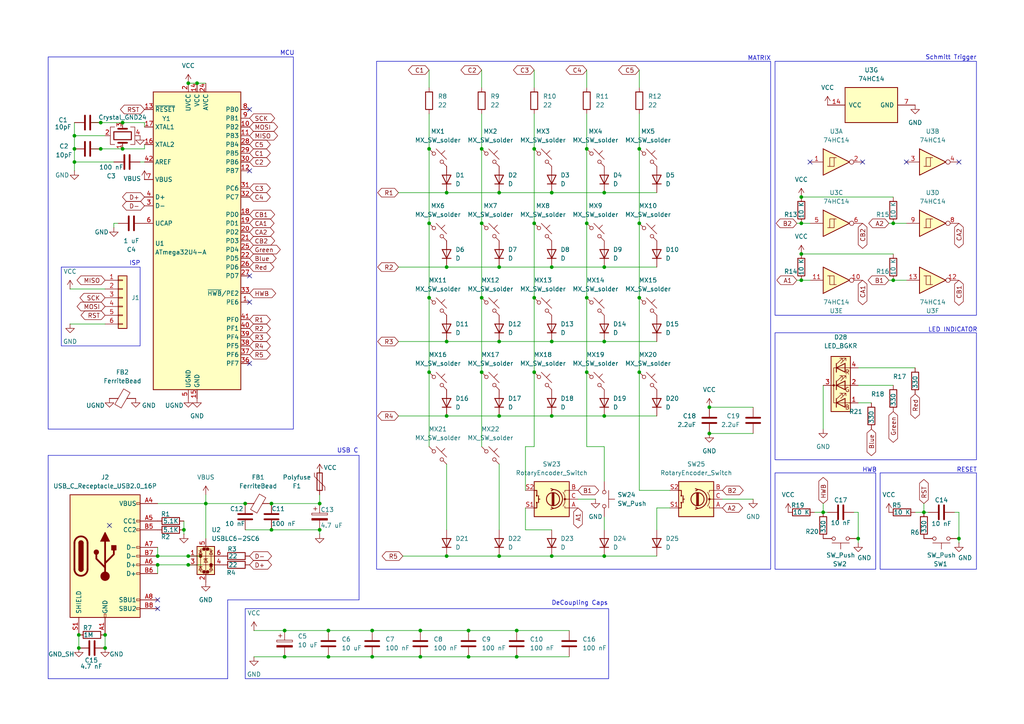
<source format=kicad_sch>
(kicad_sch (version 20250114) (generator "eeschema") (generator_version "9.0")
  (paper "A4")
  (title_block (title "Macro Keyboard") (date "2025-10-08") (rev "1") (company "Jalal Shahini") (comment 1 "Version 1"))
  (lib_symbols
    (symbol "74xx:74HC14" (pin_names (offset 1.016))
      (property "Reference" "U" (at 0 1.27 0))
      (property "Value" "74HC14" (at 0 -1.27 0))
      (symbol "74HC14_1_0"
        (pin input line (at -7.62 0 0) (length 3.81) (name "~") (number "1"))
        (pin output inverted (at 7.62 0 180) (length 3.81) (name "~") (number "2"))
      )
      (symbol "74HC14_2_0"
        (pin input line (at -7.62 0 0) (length 3.81) (name "~") (number "3"))
        (pin output inverted (at 7.62 0 180) (length 3.81) (name "~") (number "4"))
      )
      (symbol "74HC14_3_0"
        (pin input line (at -7.62 0 0) (length 3.81) (name "~") (number "5"))
        (pin output inverted (at 7.62 0 180) (length 3.81) (name "~") (number "6"))
      )
      (symbol "74HC14_4_0"
        (pin input line (at -7.62 0 0) (length 3.81) (name "~") (number "9"))
        (pin output inverted (at 7.62 0 180) (length 3.81) (name "~") (number "8"))
      )
      (symbol "74HC14_5_0"
        (pin input line (at -7.62 0 0) (length 3.81) (name "~") (number "11"))
        (pin output inverted (at 7.62 0 180) (length 3.81) (name "~") (number "10"))
      )
      (symbol "74HC14_6_0"
        (pin input line (at -7.62 0 0) (length 3.81) (name "~") (number "13"))
        (pin output inverted (at 7.62 0 180) (length 3.81) (name "~") (number "12"))
      )
      (symbol "74HC14_7_0"
        (pin power_in line (at 0 12.7 270) (length 5.08) (name "VCC") (number "14"))
        (pin power_in line (at 0 -12.7 90) (length 5.08) (name "GND") (number "7"))
      )
    )
    (symbol "Connector:USB_C_Receptacle_USB2.0_16P" (pin_names (offset 1.016))
      (property "Reference" "J" (at 0 22.225 0))
      (property "Value" "USB_C_Receptacle_USB2.0_16P" (at 0 19.685 0))
      (symbol "USB_C_Receptacle_USB2.0_16P_1_1"
        (pin passive line (at -7.62 -22.86 90) (length 5.08) (name "SHIELD") (number "S1"))
        (pin passive line (at 0 -22.86 90) (length 5.08) (name "GND") (number "A1"))
        (pin passive line (at 0 -22.86 90) (length 5.08) (hide yes) (name "GND") (number "A12"))
        (pin passive line (at 0 -22.86 90) (length 5.08) (hide yes) (name "GND") (number "B1"))
        (pin passive line (at 0 -22.86 90) (length 5.08) (hide yes) (name "GND") (number "B12"))
        (pin passive line (at 15.24 15.24 180) (length 5.08) (name "VBUS") (number "A4"))
        (pin passive line (at 15.24 15.24 180) (length 5.08) (hide yes) (name "VBUS") (number "A9"))
        (pin passive line (at 15.24 15.24 180) (length 5.08) (hide yes) (name "VBUS") (number "B4"))
        (pin passive line (at 15.24 15.24 180) (length 5.08) (hide yes) (name "VBUS") (number "B9"))
        (pin bidirectional line (at 15.24 10.16 180) (length 5.08) (name "CC1") (number "A5"))
        (pin bidirectional line (at 15.24 7.62 180) (length 5.08) (name "CC2") (number "B5"))
        (pin bidirectional line (at 15.24 2.54 180) (length 5.08) (name "D-") (number "A7"))
        (pin bidirectional line (at 15.24 0 180) (length 5.08) (name "D-") (number "B7"))
        (pin bidirectional line (at 15.24 -2.54 180) (length 5.08) (name "D+") (number "A6"))
        (pin bidirectional line (at 15.24 -5.08 180) (length 5.08) (name "D+") (number "B6"))
        (pin bidirectional line (at 15.24 -12.7 180) (length 5.08) (name "SBU1") (number "A8"))
        (pin bidirectional line (at 15.24 -15.24 180) (length 5.08) (name "SBU2") (number "B8"))
      )
    )
    (symbol "Connector_Generic:Conn_01x06" (pin_names (offset 1.016) (hide yes))
      (property "Reference" "J" (at 0 7.62 0))
      (property "Value" "Conn_01x06" (at 0 -10.16 0))
      (symbol "Conn_01x06_1_1"
        (pin passive line (at -5.08 5.08 0) (length 3.81) (name "Pin_1") (number "1"))
        (pin passive line (at -5.08 2.54 0) (length 3.81) (name "Pin_2") (number "2"))
        (pin passive line (at -5.08 0 0) (length 3.81) (name "Pin_3") (number "3"))
        (pin passive line (at -5.08 -2.54 0) (length 3.81) (name "Pin_4") (number "4"))
        (pin passive line (at -5.08 -5.08 0) (length 3.81) (name "Pin_5") (number "5"))
        (pin passive line (at -5.08 -7.62 0) (length 3.81) (name "Pin_6") (number "6"))
      )
    )
    (symbol "Device:C" (pin_numbers (hide yes)) (pin_names (offset 0.254))
      (property "Reference" "C" (at 0.635 2.54 0))
      (property "Value" "C" (at 0.635 -2.54 0))
      (symbol "C_1_1"
        (pin passive line (at 0 3.81 270) (length 2.794) (name "~") (number "1"))
        (pin passive line (at 0 -3.81 90) (length 2.794) (name "~") (number "2"))
      )
    )
    (symbol "Device:C_Polarized" (pin_numbers (hide yes)) (pin_names (offset 0.254))
      (property "Reference" "C" (at 0.635 2.54 0))
      (property "Value" "C_Polarized" (at 0.635 -2.54 0))
      (symbol "C_Polarized_1_1"
        (pin passive line (at 0 3.81 270) (length 2.794) (name "~") (number "1"))
        (pin passive line (at 0 -3.81 90) (length 2.794) (name "~") (number "2"))
      )
    )
    (symbol "Device:Crystal_GND24" (pin_names (offset 1.016) (hide yes))
      (property "Reference" "Y" (at 3.175 5.08 0))
      (property "Value" "Crystal_GND24" (at 3.175 3.175 0))
      (symbol "Crystal_GND24_1_1"
        (pin passive line (at -3.81 0 0) (length 1.27) (name "1") (number "1"))
        (pin passive line (at 0 5.08 270) (length 1.27) (name "2") (number "2"))
        (pin passive line (at 0 -5.08 90) (length 1.27) (name "4") (number "4"))
        (pin passive line (at 3.81 0 180) (length 1.27) (name "3") (number "3"))
      )
    )
    (symbol "Device:D" (pin_numbers (hide yes)) (pin_names (offset 1.016) (hide yes))
      (property "Reference" "D" (at 0 2.54 0))
      (property "Value" "D" (at 0 -2.54 0))
      (symbol "D_1_1"
        (pin passive line (at -3.81 0 0) (length 2.54) (name "K") (number "1"))
        (pin passive line (at 3.81 0 180) (length 2.54) (name "A") (number "2"))
      )
    )
    (symbol "Device:FerriteBead" (pin_numbers (hide yes)) (pin_names (offset 0))
      (property "Reference" "FB" (at -3.81 0.635 90))
      (property "Value" "FerriteBead" (at 3.81 0 90))
      (symbol "FerriteBead_1_1"
        (pin passive line (at 0 3.81 270) (length 2.54) (name "~") (number "1"))
        (pin passive line (at 0 -3.81 90) (length 2.54) (name "~") (number "2"))
      )
    )
    (symbol "Device:LED_BGKR" (pin_names (offset 0) (hide yes))
      (property "Reference" "D" (at 0 9.398 0))
      (property "Value" "LED_BGKR" (at 0 -8.89 0))
      (symbol "LED_BGKR_0_0"
        (text "R" (at 1.905 3.81 0) (effects (font (size 1.27 1.27))))
        (text "G" (at 1.905 -1.27 0) (effects (font (size 1.27 1.27))))
        (text "B" (at 1.905 -6.35 0) (effects (font (size 1.27 1.27))))
      )
      (symbol "LED_BGKR_1_1"
        (pin passive line (at -5.08 0 0) (length 2.54) (name "K") (number "3"))
        (pin passive line (at 5.08 5.08 180) (length 2.54) (name "RA") (number "4"))
        (pin passive line (at 5.08 0 180) (length 2.54) (name "GA") (number "2"))
        (pin passive line (at 5.08 -5.08 180) (length 2.54) (name "BA") (number "1"))
      )
    )
    (symbol "Device:Polyfuse" (pin_numbers (hide yes)) (pin_names (offset 0))
      (property "Reference" "F" (at -2.54 0 90))
      (property "Value" "Polyfuse" (at 2.54 0 90))
      (symbol "Polyfuse_1_1"
        (pin passive line (at 0 3.81 270) (length 1.27) (name "~") (number "1"))
        (pin passive line (at 0 -3.81 90) (length 1.27) (name "~") (number "2"))
      )
    )
    (symbol "Device:R" (pin_numbers (hide yes)) (pin_names (offset 0))
      (property "Reference" "R" (at 2.032 0 90))
      (property "Value" "R" (at 0 0 90))
      (symbol "R_1_1"
        (pin passive line (at 0 3.81 270) (length 1.27) (name "~") (number "1"))
        (pin passive line (at 0 -3.81 90) (length 1.27) (name "~") (number "2"))
      )
    )
    (symbol "Device:RotaryEncoder_Switch" (pin_names (offset 0.254) (hide yes))
      (property "Reference" "SW" (at 0 6.604 0))
      (property "Value" "RotaryEncoder_Switch" (at 0 -6.604 0))
      (symbol "RotaryEncoder_Switch_1_1"
        (pin passive line (at -7.62 2.54 0) (length 2.54) (name "A") (number "A"))
        (pin passive line (at -7.62 0 0) (length 2.54) (name "C") (number "C"))
        (pin passive line (at -7.62 -2.54 0) (length 2.54) (name "B") (number "B"))
        (pin passive line (at 7.62 2.54 180) (length 2.54) (name "S1") (number "S1"))
        (pin passive line (at 7.62 -2.54 180) (length 2.54) (name "S2") (number "S2"))
      )
    )
    (symbol "MCU_Microchip_ATmega:ATmega32U4-A"
      (property "Reference" "U" (at -12.7 44.45 0))
      (property "Value" "ATmega32U4-A" (at 2.54 -44.45 0))
      (symbol "ATmega32U4-A_1_1"
        (pin input line (at -15.24 38.1 0) (length 2.54) (name "~{RESET}") (number "13"))
        (pin input line (at -15.24 33.02 0) (length 2.54) (name "XTAL1") (number "17"))
        (pin output line (at -15.24 27.94 0) (length 2.54) (name "XTAL2") (number "16"))
        (pin passive line (at -15.24 22.86 0) (length 2.54) (name "AREF") (number "42"))
        (pin input line (at -15.24 17.78 0) (length 2.54) (name "VBUS") (number "7"))
        (pin bidirectional line (at -15.24 12.7 0) (length 2.54) (name "D+") (number "4"))
        (pin bidirectional line (at -15.24 10.16 0) (length 2.54) (name "D-") (number "3"))
        (pin passive line (at -15.24 5.08 0) (length 2.54) (name "UCAP") (number "6"))
        (pin power_in line (at -2.54 45.72 270) (length 2.54) (name "UVCC") (number "2"))
        (pin passive line (at -2.54 -45.72 90) (length 2.54) (name "UGND") (number "5"))
        (pin power_in line (at 0 45.72 270) (length 2.54) (name "VCC") (number "14"))
        (pin passive line (at 0 45.72 270) (length 2.54) (hide yes) (name "VCC") (number "34"))
        (pin power_in line (at 0 -45.72 90) (length 2.54) (name "GND") (number "15"))
        (pin passive line (at 0 -45.72 90) (length 2.54) (hide yes) (name "GND") (number "23"))
        (pin passive line (at 0 -45.72 90) (length 2.54) (hide yes) (name "GND") (number "35"))
        (pin passive line (at 0 -45.72 90) (length 2.54) (hide yes) (name "GND") (number "43"))
        (pin power_in line (at 2.54 45.72 270) (length 2.54) (name "AVCC") (number "24"))
        (pin passive line (at 2.54 45.72 270) (length 2.54) (hide yes) (name "AVCC") (number "44"))
        (pin bidirectional line (at 15.24 38.1 180) (length 2.54) (name "PB0") (number "8"))
        (pin bidirectional line (at 15.24 35.56 180) (length 2.54) (name "PB1") (number "9"))
        (pin bidirectional line (at 15.24 33.02 180) (length 2.54) (name "PB2") (number "10"))
        (pin bidirectional line (at 15.24 30.48 180) (length 2.54) (name "PB3") (number "11"))
        (pin bidirectional line (at 15.24 27.94 180) (length 2.54) (name "PB4") (number "28"))
        (pin bidirectional line (at 15.24 25.4 180) (length 2.54) (name "PB5") (number "29"))
        (pin bidirectional line (at 15.24 22.86 180) (length 2.54) (name "PB6") (number "30"))
        (pin bidirectional line (at 15.24 20.32 180) (length 2.54) (name "PB7") (number "12"))
        (pin bidirectional line (at 15.24 15.24 180) (length 2.54) (name "PC6") (number "31"))
        (pin bidirectional line (at 15.24 12.7 180) (length 2.54) (name "PC7") (number "32"))
        (pin bidirectional line (at 15.24 7.62 180) (length 2.54) (name "PD0") (number "18"))
        (pin bidirectional line (at 15.24 5.08 180) (length 2.54) (name "PD1") (number "19"))
        (pin bidirectional line (at 15.24 2.54 180) (length 2.54) (name "PD2") (number "20"))
        (pin bidirectional line (at 15.24 0 180) (length 2.54) (name "PD3") (number "21"))
        (pin bidirectional line (at 15.24 -2.54 180) (length 2.54) (name "PD4") (number "25"))
        (pin bidirectional line (at 15.24 -5.08 180) (length 2.54) (name "PD5") (number "22"))
        (pin bidirectional line (at 15.24 -7.62 180) (length 2.54) (name "PD6") (number "26"))
        (pin bidirectional line (at 15.24 -10.16 180) (length 2.54) (name "PD7") (number "27"))
        (pin bidirectional line (at 15.24 -15.24 180) (length 2.54) (name "~{HWB}/PE2") (number "33"))
        (pin bidirectional line (at 15.24 -17.78 180) (length 2.54) (name "PE6") (number "1"))
        (pin bidirectional line (at 15.24 -22.86 180) (length 2.54) (name "PF0") (number "41"))
        (pin bidirectional line (at 15.24 -25.4 180) (length 2.54) (name "PF1") (number "40"))
        (pin bidirectional line (at 15.24 -27.94 180) (length 2.54) (name "PF4") (number "39"))
        (pin bidirectional line (at 15.24 -30.48 180) (length 2.54) (name "PF5") (number "38"))
        (pin bidirectional line (at 15.24 -33.02 180) (length 2.54) (name "PF6") (number "37"))
        (pin bidirectional line (at 15.24 -35.56 180) (length 2.54) (name "PF7") (number "36"))
      )
    )
    (symbol "PCM_marbastlib-mx:MX_SW_solder" (pin_numbers (hide yes)) (pin_names (offset 1.016) (hide yes))
      (property "Reference" "MX" (at 3.048 1.016 0))
      (property "Value" "MX_SW_solder" (at 0 -3.81 0))
      (symbol "MX_SW_solder_0_1"
        (pin passive line (at -2.54 2.54 0) (length 0) (name "1") (number "1"))
        (pin passive line (at 2.54 -2.54 180) (length 0) (name "2") (number "2"))
      )
    )
    (symbol "Power_Protection:USBLC6-2SC6" (pin_names (hide yes))
      (property "Reference" "U" (at 0.635 5.715 0))
      (property "Value" "USBLC6-2SC6" (at 0.635 3.81 0))
      (symbol "USBLC6-2SC6_1_1"
        (pin passive line (at -5.08 0 0) (length 2.54) (name "I/O1") (number "1"))
        (pin passive line (at -5.08 -2.54 0) (length 2.54) (name "I/O2") (number "3"))
        (pin passive line (at 0 5.08 270) (length 2.54) (name "VBUS") (number "5"))
        (pin passive line (at 0 -7.62 90) (length 2.54) (name "GND") (number "2"))
        (pin passive line (at 5.08 0 180) (length 2.54) (name "I/O1") (number "6"))
        (pin passive line (at 5.08 -2.54 180) (length 2.54) (name "I/O2") (number "4"))
      )
    )
    (symbol "Switch:SW_Push" (pin_numbers (hide yes)) (pin_names (offset 1.016) (hide yes))
      (property "Reference" "SW" (at 1.27 2.54 0))
      (property "Value" "SW_Push" (at 0 -1.524 0))
      (symbol "SW_Push_0_1"
        (pin passive line (at -5.08 0 0) (length 2.54) (name "1") (number "1"))
        (pin passive line (at 5.08 0 180) (length 2.54) (name "2") (number "2"))
      )
    )
    (symbol "power:+3.3V" (power) (pin_numbers (hide yes)) (pin_names (offset 0) (hide yes))
      (property "Value" "+3.3V" (at 0 3.556 0))
      (symbol "+3.3V_1_1"
        (pin power_in line (at 0 0 90) (length 0) (name "~") (number "1"))
      )
    )
    (symbol "power:GND" (power) (pin_numbers (hide yes)) (pin_names (offset 0) (hide yes))
      (property "Value" "GND" (at 0 -3.81 0))
      (symbol "GND_1_1"
        (pin power_in line (at 0 0 270) (length 0) (name "~") (number "1"))
      )
    )
    (symbol "power:GND1" (power) (pin_numbers (hide yes)) (pin_names (offset 0) (hide yes))
      (property "Value" "GND1" (at 0 -3.81 0))
      (symbol "GND1_1_1"
        (pin power_in line (at 0 0 270) (length 0) (name "~") (number "1"))
      )
    )
    (symbol "power:VCC" (power) (pin_numbers (hide yes)) (pin_names (offset 0) (hide yes))
      (property "Value" "VCC" (at 0 3.556 0))
      (symbol "VCC_1_1"
        (pin power_in line (at 0 0 90) (length 0) (name "~") (number "1"))
      )
    )
  )
  (rectangle (start 255.27 137.16) (end 283.21 165.1))
  (rectangle (start 109.22 17.78) (end 223.52 165.1))
  (rectangle (start 13.97 16.51) (end 85.09 124.46))
  (rectangle (start 224.79 137.16) (end 254 165.1))
  (rectangle (start 224.79 96.52) (end 283.21 133.35))
  (rectangle (start 71.12 176.53) (end 176.53 196.85))
  (rectangle (start 224.79 17.78) (end 283.21 91.44))
  (rectangle (start 17.78 77.47) (end 40.64 100.33))
  (text "RESET" (at 280.416 136.398 0) (effects (font (size 1.27 1.27))))
  (text "HWB" (at 252.222 136.398 0) (effects (font (size 1.27 1.27))))
  (text "DeCoupling Caps" (at 168.148 175.006 0) (effects (font (size 1.27 1.27))))
  (text "ISP" (at 39.116 76.454 0) (effects (font (size 1.27 1.27))))
  (text "USB C" (at 100.838 130.81 0) (effects (font (size 1.27 1.27))))
  (text "MATRIX" (at 220.218 17.018 0) (effects (font (size 1.27 1.27))))
  (text "MCU" (at 83.312 15.494 0) (effects (font (size 1.27 1.27))))
  (text "Schmitt Trigger" (at 275.844 16.764 0) (effects (font (size 1.27 1.27))))
  (text "LED INDICATOR\n" (at 276.352 95.758 0) (effects (font (size 1.27 1.27))))
  (junction (at 154.94 64.77))
  (junction (at 170.18 107.95))
  (junction (at 144.78 120.65))
  (junction (at 149.86 190.5))
  (junction (at 144.78 161.29))
  (junction (at 107.95 190.5))
  (junction (at 35.56 43.18))
  (junction (at 139.7 43.18))
  (junction (at 121.92 190.5))
  (junction (at 95.25 182.88))
  (junction (at 59.69 146.05))
  (junction (at 175.26 120.65))
  (junction (at 278.13 156.21))
  (junction (at 53.34 153.67))
  (junction (at 95.25 190.5))
  (junction (at 205.74 118.11))
  (junction (at 267.97 148.59))
  (junction (at 232.41 64.77))
  (junction (at 45.72 163.83))
  (junction (at 129.54 120.65))
  (junction (at 92.71 146.05))
  (junction (at 54.61 163.83))
  (junction (at 139.7 107.95))
  (junction (at 139.7 86.36))
  (junction (at 22.86 187.96))
  (junction (at 144.78 77.47))
  (junction (at 205.74 125.73))
  (junction (at 185.42 107.95))
  (junction (at 154.94 107.95))
  (junction (at 124.46 64.77))
  (junction (at 30.48 187.96))
  (junction (at 35.56 35.56))
  (junction (at 160.02 55.88))
  (junction (at 54.61 161.29))
  (junction (at 54.61 24.13))
  (junction (at 232.41 73.66))
  (junction (at 170.18 64.77))
  (junction (at 57.15 24.13))
  (junction (at 21.59 43.18))
  (junction (at 160.02 120.65))
  (junction (at 129.54 55.88))
  (junction (at 29.21 35.56))
  (junction (at 154.94 86.36))
  (junction (at 22.86 184.15))
  (junction (at 259.08 81.28))
  (junction (at 175.26 99.06))
  (junction (at 259.08 64.77))
  (junction (at 232.41 57.15))
  (junction (at 82.55 182.88))
  (junction (at 135.89 182.88))
  (junction (at 185.42 64.77))
  (junction (at 92.71 153.67))
  (junction (at 29.21 43.18))
  (junction (at 185.42 43.18))
  (junction (at 124.46 86.36))
  (junction (at 30.48 184.15))
  (junction (at 144.78 99.06))
  (junction (at 175.26 77.47))
  (junction (at 82.55 190.5))
  (junction (at 144.78 55.88))
  (junction (at 45.72 161.29))
  (junction (at 139.7 64.77))
  (junction (at 248.92 156.21))
  (junction (at 71.12 146.05))
  (junction (at 170.18 43.18))
  (junction (at 107.95 182.88))
  (junction (at 78.74 153.67))
  (junction (at 160.02 99.06))
  (junction (at 175.26 161.29))
  (junction (at 160.02 161.29))
  (junction (at 129.54 77.47))
  (junction (at 129.54 99.06))
  (junction (at 175.26 55.88))
  (junction (at 154.94 43.18))
  (junction (at 21.59 46.99))
  (junction (at 21.59 39.37))
  (junction (at 78.74 146.05))
  (junction (at 170.18 86.36))
  (junction (at 124.46 43.18))
  (junction (at 135.89 190.5))
  (junction (at 185.42 86.36))
  (junction (at 160.02 77.47))
  (junction (at 149.86 182.88))
  (junction (at 121.92 182.88))
  (junction (at 124.46 107.95))
  (junction (at 238.76 148.59))
  (junction (at 129.54 161.29))
  (junction (at 232.41 81.28))
  (no_connect (at 45.72 173.99))
  (no_connect (at 72.39 105.41))
  (no_connect (at 278.13 46.99))
  (no_connect (at 234.95 46.99))
  (no_connect (at 262.89 46.99))
  (no_connect (at 31.75 152.4))
  (no_connect (at 72.39 87.63))
  (no_connect (at 72.39 49.53))
  (no_connect (at 72.39 80.01))
  (no_connect (at 45.72 176.53))
  (no_connect (at 250.19 46.99))
  (no_connect (at 72.39 31.75))
  (wire (pts (xy 139.7 86.36) (xy 139.7 107.95)))
  (wire (pts (xy 170.18 86.36) (xy 170.18 107.95)))
  (wire (pts (xy 267.97 148.59) (xy 265.43 148.59)))
  (wire (pts (xy 185.42 64.77) (xy 185.42 86.36)))
  (wire (pts (xy 95.25 182.88) (xy 107.95 182.88)))
  (wire (pts (xy 92.71 135.89) (xy 92.71 137.16)))
  (wire (pts (xy 278.13 148.59) (xy 278.13 156.21)))
  (wire (pts (xy 175.26 149.86) (xy 175.26 153.67)))
  (wire (pts (xy 160.02 99.06) (xy 175.26 99.06)))
  (wire (pts (xy 139.7 25.4) (xy 139.7 20.32)))
  (wire (pts (xy 21.59 49.53) (xy 21.59 46.99)))
  (wire (pts (xy 129.54 120.65) (xy 144.78 120.65)))
  (wire (pts (xy 205.74 125.73) (xy 218.44 125.73)))
  (wire (pts (xy 45.72 163.83) (xy 45.72 166.37)))
  (wire (pts (xy 259.08 81.28) (xy 262.89 81.28)))
  (wire (pts (xy 129.54 77.47) (xy 144.78 77.47)))
  (wire (pts (xy 21.59 46.99) (xy 33.02 46.99)))
  (wire (pts (xy 175.26 139.7) (xy 175.26 129.54)))
  (wire (pts (xy 73.66 182.88) (xy 82.55 182.88)))
  (wire (pts (xy 33.02 66.04) (xy 33.02 64.77)))
  (polyline (pts (xy 13.97 196.85) (xy 13.97 132.08)))
  (wire (pts (xy 276.86 148.59) (xy 278.13 148.59)))
  (wire (pts (xy 124.46 43.18) (xy 124.46 64.77)))
  (wire (pts (xy 29.21 43.18) (xy 26.67 43.18)))
  (wire (pts (xy 154.94 64.77) (xy 154.94 86.36)))
  (wire (pts (xy 35.56 43.18) (xy 41.91 43.18)))
  (wire (pts (xy 175.26 129.54) (xy 170.18 129.54)))
  (wire (pts (xy 170.18 25.4) (xy 170.18 20.32)))
  (wire (pts (xy 231.14 64.77) (xy 232.41 64.77)))
  (wire (pts (xy 154.94 33.02) (xy 154.94 43.18)))
  (wire (pts (xy 185.42 86.36) (xy 185.42 107.95)))
  (wire (pts (xy 73.66 190.5) (xy 82.55 190.5)))
  (wire (pts (xy 53.34 151.13) (xy 53.34 153.67)))
  (wire (pts (xy 45.72 146.05) (xy 59.69 146.05)))
  (wire (pts (xy 53.34 154.94) (xy 53.34 153.67)))
  (wire (pts (xy 59.69 143.51) (xy 59.69 146.05)))
  (wire (pts (xy 45.72 163.83) (xy 54.61 163.83)))
  (wire (pts (xy 248.92 148.59) (xy 248.92 156.21)))
  (wire (pts (xy 154.94 107.95) (xy 154.94 129.54)))
  (wire (pts (xy 115.57 120.65) (xy 129.54 120.65)))
  (wire (pts (xy 175.26 120.65) (xy 190.5 120.65)))
  (wire (pts (xy 248.92 116.84) (xy 252.73 116.84)))
  (wire (pts (xy 124.46 64.77) (xy 124.46 86.36)))
  (wire (pts (xy 33.02 64.77) (xy 34.29 64.77)))
  (wire (pts (xy 175.26 77.47) (xy 190.5 77.47)))
  (polyline (pts (xy 66.04 196.85) (xy 13.97 196.85)))
  (wire (pts (xy 41.91 36.83) (xy 41.91 35.56)))
  (wire (pts (xy 144.78 99.06) (xy 160.02 99.06)))
  (wire (pts (xy 160.02 161.29) (xy 175.26 161.29)))
  (wire (pts (xy 152.4 142.24) (xy 152.4 129.54)))
  (wire (pts (xy 238.76 124.46) (xy 238.76 111.76)))
  (wire (pts (xy 170.18 64.77) (xy 170.18 86.36)))
  (wire (pts (xy 82.55 190.5) (xy 95.25 190.5)))
  (wire (pts (xy 40.64 46.99) (xy 41.91 46.99)))
  (wire (pts (xy 78.74 146.05) (xy 92.71 146.05)))
  (wire (pts (xy 135.89 190.5) (xy 149.86 190.5)))
  (wire (pts (xy 167.64 144.78) (xy 172.72 144.78)))
  (wire (pts (xy 257.81 81.28) (xy 259.08 81.28)))
  (wire (pts (xy 238.76 148.59) (xy 236.22 148.59)))
  (wire (pts (xy 57.15 24.13) (xy 59.69 24.13)))
  (wire (pts (xy 71.12 153.67) (xy 78.74 153.67)))
  (wire (pts (xy 154.94 25.4) (xy 154.94 20.32)))
  (wire (pts (xy 95.25 190.5) (xy 107.95 190.5)))
  (wire (pts (xy 170.18 33.02) (xy 170.18 43.18)))
  (wire (pts (xy 107.95 190.5) (xy 121.92 190.5)))
  (wire (pts (xy 257.81 64.77) (xy 259.08 64.77)))
  (wire (pts (xy 209.55 144.78) (xy 218.44 144.78)))
  (wire (pts (xy 124.46 86.36) (xy 124.46 107.95)))
  (wire (pts (xy 22.86 187.96) (xy 22.86 184.15)))
  (wire (pts (xy 154.94 86.36) (xy 154.94 107.95)))
  (wire (pts (xy 149.86 182.88) (xy 165.1 182.88)))
  (wire (pts (xy 139.7 64.77) (xy 139.7 86.36)))
  (wire (pts (xy 124.46 107.95) (xy 124.46 129.54)))
  (wire (pts (xy 124.46 25.4) (xy 124.46 20.32)))
  (wire (pts (xy 29.21 35.56) (xy 35.56 35.56)))
  (wire (pts (xy 45.72 161.29) (xy 54.61 161.29)))
  (wire (pts (xy 129.54 55.88) (xy 144.78 55.88)))
  (wire (pts (xy 29.21 43.18) (xy 35.56 43.18)))
  (wire (pts (xy 154.94 43.18) (xy 154.94 64.77)))
  (wire (pts (xy 160.02 77.47) (xy 175.26 77.47)))
  (wire (pts (xy 152.4 147.32) (xy 152.4 153.67)))
  (wire (pts (xy 54.61 24.13) (xy 57.15 24.13)))
  (wire (pts (xy 129.54 99.06) (xy 144.78 99.06)))
  (wire (pts (xy 240.03 148.59) (xy 238.76 148.59)))
  (wire (pts (xy 194.31 147.32) (xy 190.5 147.32)))
  (wire (pts (xy 232.41 64.77) (xy 234.95 64.77)))
  (wire (pts (xy 144.78 161.29) (xy 160.02 161.29)))
  (wire (pts (xy 278.13 157.48) (xy 278.13 156.21)))
  (wire (pts (xy 135.89 182.88) (xy 149.86 182.88)))
  (wire (pts (xy 248.92 111.76) (xy 259.08 111.76)))
  (wire (pts (xy 160.02 120.65) (xy 175.26 120.65)))
  (wire (pts (xy 238.76 146.05) (xy 238.76 148.59)))
  (wire (pts (xy 139.7 107.95) (xy 139.7 129.54)))
  (wire (pts (xy 41.91 41.91) (xy 41.91 43.18)))
  (wire (pts (xy 144.78 120.65) (xy 160.02 120.65)))
  (wire (pts (xy 59.69 146.05) (xy 71.12 146.05)))
  (wire (pts (xy 248.92 106.68) (xy 265.43 106.68)))
  (wire (pts (xy 45.72 158.75) (xy 45.72 161.29)))
  (wire (pts (xy 144.78 55.88) (xy 160.02 55.88)))
  (wire (pts (xy 21.59 46.99) (xy 21.59 43.18)))
  (wire (pts (xy 170.18 43.18) (xy 170.18 64.77)))
  (wire (pts (xy 115.57 77.47) (xy 129.54 77.47)))
  (wire (pts (xy 170.18 107.95) (xy 170.18 129.54)))
  (wire (pts (xy 21.59 39.37) (xy 30.48 39.37)))
  (wire (pts (xy 121.92 182.88) (xy 135.89 182.88)))
  (polyline (pts (xy 13.97 132.08) (xy 104.14 132.08)))
  (wire (pts (xy 115.57 99.06) (xy 129.54 99.06)))
  (wire (pts (xy 82.55 182.88) (xy 95.25 182.88)))
  (wire (pts (xy 129.54 153.67) (xy 129.54 134.62)))
  (wire (pts (xy 21.59 39.37) (xy 21.59 35.56)))
  (wire (pts (xy 259.08 64.77) (xy 262.89 64.77)))
  (wire (pts (xy 185.42 25.4) (xy 185.42 20.32)))
  (wire (pts (xy 269.24 148.59) (xy 267.97 148.59)))
  (wire (pts (xy 116.84 161.29) (xy 129.54 161.29)))
  (wire (pts (xy 35.56 35.56) (xy 41.91 35.56)))
  (wire (pts (xy 92.71 143.51) (xy 92.71 146.05)))
  (wire (pts (xy 149.86 190.5) (xy 165.1 190.5)))
  (wire (pts (xy 247.65 148.59) (xy 248.92 148.59)))
  (wire (pts (xy 175.26 161.29) (xy 190.5 161.29)))
  (wire (pts (xy 248.92 157.48) (xy 248.92 156.21)))
  (wire (pts (xy 121.92 190.5) (xy 135.89 190.5)))
  (polyline (pts (xy 104.14 173.99) (xy 66.04 173.99)))
  (wire (pts (xy 185.42 107.95) (xy 185.42 142.24)))
  (polyline (pts (xy 66.04 173.99) (xy 66.04 196.85)))
  (wire (pts (xy 152.4 129.54) (xy 154.94 129.54)))
  (wire (pts (xy 139.7 33.02) (xy 139.7 43.18)))
  (polyline (pts (xy 104.14 132.08) (xy 104.14 173.99)))
  (wire (pts (xy 54.61 163.83) (xy 58.42 163.83)))
  (wire (pts (xy 54.61 161.29) (xy 58.42 161.29)))
  (wire (pts (xy 26.67 35.56) (xy 29.21 35.56)))
  (wire (pts (xy 20.32 93.98) (xy 30.48 93.98)))
  (wire (pts (xy 144.78 153.67) (xy 144.78 134.62)))
  (wire (pts (xy 185.42 142.24) (xy 194.31 142.24)))
  (wire (pts (xy 152.4 153.67) (xy 160.02 153.67)))
  (wire (pts (xy 139.7 43.18) (xy 139.7 64.77)))
  (wire (pts (xy 175.26 55.88) (xy 190.5 55.88)))
  (wire (pts (xy 175.26 99.06) (xy 190.5 99.06)))
  (wire (pts (xy 107.95 182.88) (xy 121.92 182.88)))
  (wire (pts (xy 205.74 118.11) (xy 218.44 118.11)))
  (wire (pts (xy 232.41 57.15) (xy 259.08 57.15)))
  (wire (pts (xy 185.42 33.02) (xy 185.42 43.18)))
  (wire (pts (xy 78.74 153.67) (xy 92.71 153.67)))
  (wire (pts (xy 30.48 187.96) (xy 30.48 184.15)))
  (wire (pts (xy 232.41 73.66) (xy 259.08 73.66)))
  (wire (pts (xy 190.5 147.32) (xy 190.5 153.67)))
  (wire (pts (xy 92.71 154.94) (xy 92.71 153.67)))
  (wire (pts (xy 144.78 77.47) (xy 160.02 77.47)))
  (wire (pts (xy 185.42 43.18) (xy 185.42 64.77)))
  (wire (pts (xy 59.69 156.21) (xy 59.69 146.05)))
  (wire (pts (xy 124.46 33.02) (xy 124.46 43.18)))
  (wire (pts (xy 129.54 161.29) (xy 144.78 161.29)))
  (wire (pts (xy 267.97 146.05) (xy 267.97 148.59)))
  (wire (pts (xy 21.59 43.18) (xy 21.59 39.37)))
  (wire (pts (xy 231.14 81.28) (xy 232.41 81.28)))
  (wire (pts (xy 232.41 81.28) (xy 234.95 81.28)))
  (wire (pts (xy 20.32 83.82) (xy 30.48 83.82)))
  (wire (pts (xy 115.57 55.88) (xy 129.54 55.88)))
  (wire (pts (xy 160.02 55.88) (xy 175.26 55.88)))
  (global_label "C5" (shape bidirectional) (at 72.39 41.91 0) (property "Intersheetrefs" "${INTERSHEET_REFS}" (effects (hide yes))))
  (global_label "C2" (shape bidirectional) (at 72.39 46.99 0) (property "Intersheetrefs" "${INTERSHEET_REFS}" (effects (hide yes))))
  (global_label "C3" (shape bidirectional) (at 154.94 20.32 180) (property "Intersheetrefs" "${INTERSHEET_REFS}" (effects (hide yes))))
  (global_label "Red" (shape bidirectional) (at 265.43 114.3 270) (property "Intersheetrefs" "${INTERSHEET_REFS}" (effects (hide yes))))
  (global_label "R2" (shape bidirectional) (at 115.57 77.47 180) (property "Intersheetrefs" "${INTERSHEET_REFS}" (effects (hide yes))))
  (global_label "C1" (shape bidirectional) (at 72.39 44.45 0) (property "Intersheetrefs" "${INTERSHEET_REFS}" (effects (hide yes))))
  (global_label "CB2" (shape bidirectional) (at 250.19 64.77 270) (property "Intersheetrefs" "${INTERSHEET_REFS}" (effects (hide yes))))
  (global_label "CB1" (shape bidirectional) (at 278.13 81.28 270) (property "Intersheetrefs" "${INTERSHEET_REFS}" (effects (hide yes))))
  (global_label "CA1" (shape bidirectional) (at 250.19 81.28 270) (property "Intersheetrefs" "${INTERSHEET_REFS}" (effects (hide yes))))
  (global_label "C4" (shape bidirectional) (at 170.18 20.32 180) (property "Intersheetrefs" "${INTERSHEET_REFS}" (effects (hide yes))))
  (global_label "D+" (shape bidirectional) (at 41.91 57.15 180) (property "Intersheetrefs" "${INTERSHEET_REFS}" (effects (hide yes))))
  (global_label "Green" (shape bidirectional) (at 259.08 119.38 270) (property "Intersheetrefs" "${INTERSHEET_REFS}" (effects (hide yes))))
  (global_label "B1" (shape bidirectional) (at 257.81 81.28 180) (property "Intersheetrefs" "${INTERSHEET_REFS}" (effects (hide yes))))
  (global_label "SCK" (shape bidirectional) (at 30.48 86.36 180) (property "Intersheetrefs" "${INTERSHEET_REFS}" (effects (hide yes))))
  (global_label "R1" (shape bidirectional) (at 72.39 92.71 0) (property "Intersheetrefs" "${INTERSHEET_REFS}" (effects (hide yes))))
  (global_label "R3" (shape bidirectional) (at 72.39 97.79 0) (property "Intersheetrefs" "${INTERSHEET_REFS}" (effects (hide yes))))
  (global_label "A2" (shape bidirectional) (at 257.81 64.77 180) (property "Intersheetrefs" "${INTERSHEET_REFS}" (effects (hide yes))))
  (global_label "R5" (shape bidirectional) (at 116.84 161.29 180) (property "Intersheetrefs" "${INTERSHEET_REFS}" (effects (hide yes))))
  (global_label "R4" (shape bidirectional) (at 115.57 120.65 180) (property "Intersheetrefs" "${INTERSHEET_REFS}" (effects (hide yes))))
  (global_label "R1" (shape bidirectional) (at 115.57 55.88 180) (property "Intersheetrefs" "${INTERSHEET_REFS}" (effects (hide yes))))
  (global_label "HWB" (shape bidirectional) (at 238.76 146.05 90) (property "Intersheetrefs" "${INTERSHEET_REFS}" (effects (hide yes))))
  (global_label "A1" (shape bidirectional) (at 231.14 81.28 180) (property "Intersheetrefs" "${INTERSHEET_REFS}" (effects (hide yes))))
  (global_label "RST" (shape bidirectional) (at 30.48 91.44 180) (property "Intersheetrefs" "${INTERSHEET_REFS}" (effects (hide yes))))
  (global_label "A2" (shape bidirectional) (at 209.55 147.32 0) (property "Intersheetrefs" "${INTERSHEET_REFS}" (effects (hide yes))))
  (global_label "CA1" (shape bidirectional) (at 72.39 64.77 0) (property "Intersheetrefs" "${INTERSHEET_REFS}" (effects (hide yes))))
  (global_label "C5" (shape bidirectional) (at 185.42 20.32 180) (property "Intersheetrefs" "${INTERSHEET_REFS}" (effects (hide yes))))
  (global_label "RST" (shape bidirectional) (at 41.91 31.75 180) (property "Intersheetrefs" "${INTERSHEET_REFS}" (effects (hide yes))))
  (global_label "R3" (shape bidirectional) (at 115.57 99.06 180) (property "Intersheetrefs" "${INTERSHEET_REFS}" (effects (hide yes))))
  (global_label "Blue" (shape bidirectional) (at 252.73 124.46 270) (property "Intersheetrefs" "${INTERSHEET_REFS}" (effects (hide yes))))
  (global_label "MOSI" (shape bidirectional) (at 72.39 36.83 0) (property "Intersheetrefs" "${INTERSHEET_REFS}" (effects (hide yes))))
  (global_label "C1" (shape bidirectional) (at 124.46 20.32 180) (property "Intersheetrefs" "${INTERSHEET_REFS}" (effects (hide yes))))
  (global_label "D-" (shape bidirectional) (at 41.91 59.69 180) (property "Intersheetrefs" "${INTERSHEET_REFS}" (effects (hide yes))))
  (global_label "R4" (shape bidirectional) (at 72.39 100.33 0) (property "Intersheetrefs" "${INTERSHEET_REFS}" (effects (hide yes))))
  (global_label "A1" (shape bidirectional) (at 167.64 147.32 270) (property "Intersheetrefs" "${INTERSHEET_REFS}" (effects (hide yes))))
  (global_label "C3" (shape bidirectional) (at 72.39 54.61 0) (property "Intersheetrefs" "${INTERSHEET_REFS}" (effects (hide yes))))
  (global_label "B2" (shape bidirectional) (at 209.55 142.24 0) (property "Intersheetrefs" "${INTERSHEET_REFS}" (effects (hide yes))))
  (global_label "Green" (shape bidirectional) (at 72.39 72.39 0) (property "Intersheetrefs" "${INTERSHEET_REFS}" (effects (hide yes))))
  (global_label "D+" (shape bidirectional) (at 72.39 163.83 0) (property "Intersheetrefs" "${INTERSHEET_REFS}" (effects (hide yes))))
  (global_label "C4" (shape bidirectional) (at 72.39 57.15 0) (property "Intersheetrefs" "${INTERSHEET_REFS}" (effects (hide yes))))
  (global_label "MISO" (shape bidirectional) (at 30.48 81.28 180) (property "Intersheetrefs" "${INTERSHEET_REFS}" (effects (hide yes))))
  (global_label "B2" (shape bidirectional) (at 231.14 64.77 180) (property "Intersheetrefs" "${INTERSHEET_REFS}" (effects (hide yes))))
  (global_label "RST" (shape bidirectional) (at 267.97 146.05 90) (property "Intersheetrefs" "${INTERSHEET_REFS}" (effects (hide yes))))
  (global_label "R2" (shape bidirectional) (at 72.39 95.25 0) (property "Intersheetrefs" "${INTERSHEET_REFS}" (effects (hide yes))))
  (global_label "CA2" (shape bidirectional) (at 278.13 64.77 270) (property "Intersheetrefs" "${INTERSHEET_REFS}" (effects (hide yes))))
  (global_label "CB2" (shape bidirectional) (at 72.39 69.85 0) (property "Intersheetrefs" "${INTERSHEET_REFS}" (effects (hide yes))))
  (global_label "R5" (shape bidirectional) (at 72.39 102.87 0) (property "Intersheetrefs" "${INTERSHEET_REFS}" (effects (hide yes))))
  (global_label "CA2" (shape bidirectional) (at 72.39 67.31 0) (property "Intersheetrefs" "${INTERSHEET_REFS}" (effects (hide yes))))
  (global_label "SCK" (shape bidirectional) (at 72.39 34.29 0) (property "Intersheetrefs" "${INTERSHEET_REFS}" (effects (hide yes))))
  (global_label "MOSI" (shape bidirectional) (at 30.48 88.9 180) (property "Intersheetrefs" "${INTERSHEET_REFS}" (effects (hide yes))))
  (global_label "Blue" (shape bidirectional) (at 72.39 74.93 0) (property "Intersheetrefs" "${INTERSHEET_REFS}" (effects (hide yes))))
  (global_label "MISO" (shape bidirectional) (at 72.39 39.37 0) (property "Intersheetrefs" "${INTERSHEET_REFS}" (effects (hide yes))))
  (global_label "B1" (shape bidirectional) (at 167.64 142.24 0) (property "Intersheetrefs" "${INTERSHEET_REFS}" (effects (hide yes))))
  (global_label "D-" (shape bidirectional) (at 72.39 161.29 0) (property "Intersheetrefs" "${INTERSHEET_REFS}" (effects (hide yes))))
  (global_label "Red" (shape bidirectional) (at 72.39 77.47 0) (property "Intersheetrefs" "${INTERSHEET_REFS}" (effects (hide yes))))
  (global_label "HWB" (shape bidirectional) (at 72.39 85.09 0) (property "Intersheetrefs" "${INTERSHEET_REFS}" (effects (hide yes))))
  (global_label "CB1" (shape bidirectional) (at 72.39 62.23 0) (property "Intersheetrefs" "${INTERSHEET_REFS}" (effects (hide yes))))
  (global_label "C2" (shape bidirectional) (at 139.7 20.32 180) (property "Intersheetrefs" "${INTERSHEET_REFS}" (effects (hide yes))))
  (symbol (lib_id "Device:Crystal_GND24") (at 35.56 39.37 90) (unit 1)
    (property "Reference" "Y1" (at 48.26 34.4168 90))
    (property "Value" "Crystal_GND24" (at 35.56 34.036 90))
    (property "Footprint" "footprints:OSC_X322516MLB4SI" (effects (hide yes)))
    (property "Description" "Four pin crystal, GND on pins 2 and 4" (effects (hide yes)))
    (property "LCSC" "C13738" (effects (hide yes)))
  )
  (symbol (lib_id "Device:D") (at 129.54 157.48 90) (unit 1)
    (property "Reference" "D21" (at 132.08 156.2099 90) (effects (justify right)))
    (property "Value" "D" (at 132.08 158.7499 90) (effects (justify right)))
    (property "Footprint" "Diode_SMD:D_SOD-323" (effects (hide yes)))
    (property "Description" "Diode" (effects (hide yes)))
    (property "Sim.Device" "D" (effects (hide yes)))
    (property "Sim.Pins" "1=K 2=A" (effects (hide yes)))
    (property "LCSC" "C2128" (effects (hide yes)))
  )
  (symbol (lib_id "power:GND") (at 59.69 168.91 0) (unit 1)
    (property "Reference" "#PWR012" (effects (hide yes)))
    (property "Value" "GND" (at 59.69 173.99 0))
    (property "Description" "Power symbol creates a global label with name \"GND\" , ground" (effects (hide yes)))
  )
  (symbol (lib_id "Device:D") (at 175.26 73.66 90) (unit 1)
    (property "Reference" "D9" (at 177.8 72.3899 90) (effects (justify right)))
    (property "Value" "D" (at 177.8 74.9299 90) (effects (justify right)))
    (property "Footprint" "Diode_SMD:D_SOD-323" (effects (hide yes)))
    (property "Description" "Diode" (effects (hide yes)))
    (property "Sim.Device" "D" (effects (hide yes)))
    (property "Sim.Pins" "1=K 2=A" (effects (hide yes)))
    (property "LCSC" "C2128" (effects (hide yes)))
  )
  (symbol (lib_id "Device:R") (at 49.53 153.67 270) (mirror x) (unit 1)
    (property "Reference" "R2" (at 48.006 155.702 90))
    (property "Value" "5.1K" (at 49.53 153.67 90))
    (property "Footprint" "Resistor_SMD:R_0402_1005Metric" (effects (hide yes)))
    (property "Description" "Resistor" (effects (hide yes)))
    (property "LCSC" "C25905" (effects (hide yes)))
  )
  (symbol (lib_id "Switch:SW_Push") (at 273.05 156.21 0) (mirror x) (unit 1)
    (property "Reference" "SW1" (at 272.796 163.576 0))
    (property "Value" "SW_Push" (at 273.05 161.036 0))
    (property "Footprint" "Button_Switch_THT:SW_PUSH_6mm_H4.3mm" (effects (hide yes)))
    (property "Description" "Push button switch, generic, two pins" (effects (hide yes)))
  )
  (symbol (lib_id "Device:R") (at 238.76 152.4 0) (mirror y) (unit 1)
    (property "Reference" "R20" (at 237.49 154.178 0) (effects (justify left)))
    (property "Value" "330" (at 238.76 154.686 90) (effects (justify left)))
    (property "Footprint" "Resistor_SMD:R_0402_1005Metric" (effects (hide yes)))
    (property "Description" "Resistor" (effects (hide yes)))
    (property "LCSC" "C25104" (effects (hide yes)))
  )
  (symbol (lib_id "power:VCC") (at 232.41 73.66 0) (unit 1)
    (property "Reference" "#PWR027" (effects (hide yes)))
    (property "Value" "VCC" (at 232.41 68.58 0))
    (property "Description" "Power symbol creates a global label with name \"VCC\"" (effects (hide yes)))
  )
  (symbol (lib_id "power:GND") (at 21.59 49.53 0) (mirror y) (unit 1)
    (property "Reference" "#PWR023" (effects (hide yes)))
    (property "Value" "GND" (at 18.034 50.8 0))
    (property "Description" "Power symbol creates a global label with name \"GND\" , ground" (effects (hide yes)))
  )
  (symbol (lib_id "Device:D") (at 144.78 116.84 90) (unit 1)
    (property "Reference" "D17" (at 147.32 115.5699 90) (effects (justify right)))
    (property "Value" "D" (at 147.32 118.1099 90) (effects (justify right)))
    (property "Footprint" "Diode_SMD:D_SOD-323" (effects (hide yes)))
    (property "Description" "Diode" (effects (hide yes)))
    (property "Sim.Device" "D" (effects (hide yes)))
    (property "Sim.Pins" "1=K 2=A" (effects (hide yes)))
    (property "LCSC" "C2128" (effects (hide yes)))
  )
  (symbol (lib_id "Device:R") (at 68.58 163.83 270) (mirror x) (unit 1)
    (property "Reference" "R4" (at 67.056 166.116 90))
    (property "Value" "22" (at 67.564 163.83 90))
    (property "Footprint" "Resistor_SMD:R_0402_1005Metric" (effects (hide yes)))
    (property "Description" "Resistor" (effects (hide yes)))
    (property "LCSC" "C25092" (effects (hide yes)))
  )
  (symbol (lib_id "Device:R") (at 232.41 60.96 0) (unit 1)
    (property "Reference" "R13" (at 229.362 62.23 0))
    (property "Value" "10 K" (at 232.41 60.96 90))
    (property "Footprint" "Resistor_SMD:R_0402_1005Metric" (effects (hide yes)))
    (property "Description" "Resistor" (effects (hide yes)))
    (property "LCSC" "C25744" (effects (hide yes)))
  )
  (symbol (lib_id "Power_Protection:USBLC6-2SC6") (at 59.69 161.29 0) (unit 1)
    (property "Reference" "U2" (at 61.3411 153.67 0) (effects (justify left)))
    (property "Value" "USBLC6-2SC6" (at 61.3411 156.21 0) (effects (justify left)))
    (property "Footprint" "Package_TO_SOT_SMD:SOT-23-6" (effects (hide yes)))
    (property "Datasheet" "https://www.st.com/resource/en/datasheet/usblc6-2.pdf" (effects (hide yes)))
    (property "Description" "Very low capacitance ESD protection diode, 2 data-line, SOT-23-6" (effects (hide yes)))
    (property "LCSC" "C7519" (effects (hide yes)))
  )
  (symbol (lib_id "Device:D") (at 190.5 73.66 90) (unit 1)
    (property "Reference" "D10" (at 193.04 72.3899 90) (effects (justify right)))
    (property "Value" "D" (at 193.04 74.9299 90) (effects (justify right)))
    (property "Footprint" "Diode_SMD:D_SOD-323" (effects (hide yes)))
    (property "Description" "Diode" (effects (hide yes)))
    (property "Sim.Device" "D" (effects (hide yes)))
    (property "Sim.Pins" "1=K 2=A" (effects (hide yes)))
    (property "LCSC" "C2128" (effects (hide yes)))
  )
  (symbol (lib_id "Device:D") (at 190.5 157.48 90) (unit 1)
    (property "Reference" "D25" (at 193.04 156.2099 90) (effects (justify right)))
    (property "Value" "D" (at 193.04 158.7499 90) (effects (justify right)))
    (property "Footprint" "Diode_SMD:D_SOD-323" (effects (hide yes)))
    (property "Description" "Diode" (effects (hide yes)))
    (property "Sim.Device" "D" (effects (hide yes)))
    (property "Sim.Pins" "1=K 2=A" (effects (hide yes)))
    (property "LCSC" "C2128" (effects (hide yes)))
  )
  (symbol (lib_id "PCM_marbastlib-mx:MX_SW_solder") (at 127 110.49 0) (unit 1)
    (property "Reference" "MX16" (at 127 102.87 0))
    (property "Value" "MX_SW_solder" (at 127 105.41 0))
    (property "Footprint" "PCM_Switch_Keyboard_Cherry_MX:SW_Cherry_MX_Plate_1.00u" (effects (hide yes)))
    (property "Description" "Push button switch, normally open, two pins, 45° tilted" (effects (hide yes)))
  )
  (symbol (lib_id "Connector_Generic:Conn_01x06") (at 35.56 86.36 0) (unit 1)
    (property "Reference" "J1" (at 38.1 86.3599 0) (effects (justify left)))
    (property "Value" "Conn_01x06" (effects (hide yes)))
    (property "Footprint" "Connector_PinHeader_2.54mm:PinHeader_2x03_P2.54mm_Vertical" (effects (hide yes)))
    (property "Description" "Generic connector, single row, 01x06, script generated (kicad-library-utils/schlib/autogen/connector/)" (effects (hide yes)))
  )
  (symbol (lib_id "Device:R") (at 232.41 148.59 90) (unit 1)
    (property "Reference" "R19" (at 231.394 146.558 90))
    (property "Value" "10 K" (at 232.41 148.59 90))
    (property "Footprint" "Resistor_SMD:R_0402_1005Metric" (effects (hide yes)))
    (property "Description" "Resistor" (effects (hide yes)))
    (property "LCSC" "C25744" (effects (hide yes)))
  )
  (symbol (lib_id "Device:R") (at 259.08 60.96 0) (unit 1)
    (property "Reference" "R15" (at 256.032 62.23 0))
    (property "Value" "10 K" (at 259.08 60.96 90))
    (property "Footprint" "Resistor_SMD:R_0402_1005Metric" (effects (hide yes)))
    (property "Description" "Resistor" (effects (hide yes)))
    (property "LCSC" "C25744" (effects (hide yes)))
  )
  (symbol (lib_id "power:GND") (at 73.66 190.5 0) (unit 1)
    (property "Reference" "#PWR06" (effects (hide yes)))
    (property "Value" "GND" (at 73.66 195.58 0))
    (property "Description" "Power symbol creates a global label with name \"GND\" , ground" (effects (hide yes)))
  )
  (symbol (lib_id "Device:D") (at 144.78 73.66 90) (unit 1)
    (property "Reference" "D7" (at 147.32 72.3899 90) (effects (justify right)))
    (property "Value" "D" (at 147.32 74.9299 90) (effects (justify right)))
    (property "Footprint" "Diode_SMD:D_SOD-323" (effects (hide yes)))
    (property "Description" "Diode" (effects (hide yes)))
    (property "Sim.Device" "D" (effects (hide yes)))
    (property "Sim.Pins" "1=K 2=A" (effects (hide yes)))
    (property "LCSC" "C2128" (effects (hide yes)))
  )
  (symbol (lib_id "PCM_marbastlib-mx:MX_SW_solder") (at 157.48 67.31 0) (unit 1)
    (property "Reference" "MX8" (at 157.48 59.69 0))
    (property "Value" "MX_SW_solder" (at 157.48 62.23 0))
    (property "Footprint" "PCM_Switch_Keyboard_Cherry_MX:SW_Cherry_MX_Plate_1.00u" (effects (hide yes)))
    (property "Description" "Push button switch, normally open, two pins, 45° tilted" (effects (hide yes)))
  )
  (symbol (lib_id "power:GND") (at 92.71 154.94 0) (unit 1)
    (property "Reference" "#PWR014" (effects (hide yes)))
    (property "Value" "GND" (effects (hide yes)))
    (property "Description" "Power symbol creates a global label with name \"GND\" , ground" (effects (hide yes)))
  )
  (symbol (lib_id "power:GND") (at 31.75 115.57 0) (unit 1)
    (property "Reference" "#PWR022" (effects (hide yes)))
    (property "Value" "UGND" (at 27.686 117.602 0))
    (property "Description" "Power symbol creates a global label with name \"GND\" , ground" (effects (hide yes)))
  )
  (symbol (lib_id "power:+3.3V") (at 41.91 52.07 0) (unit 1)
    (property "Reference" "#PWR017" (effects (hide yes)))
    (property "Value" "VBUS" (at 38.354 51.816 0))
    (property "Description" "Power symbol creates a global label with name \"+3.3V\"" (effects (hide yes)))
  )
  (symbol (lib_id "Device:C") (at 78.74 149.86 0) (unit 1)
    (property "Reference" "C11" (at 78.74 147.574 0) (effects (justify left)))
    (property "Value" "100 nF" (at 78.74 151.892 0) (effects (justify left)))
    (property "Footprint" "Capacitor_SMD:C_0402_1005Metric" (effects (hide yes)))
    (property "Description" "Unpolarized capacitor" (effects (hide yes)))
    (property "LCSC" "C1525" (effects (hide yes)))
  )
  (symbol (lib_id "Device:R") (at 154.94 29.21 0) (unit 1)
    (property "Reference" "R10" (at 157.48 27.9399 0) (effects (justify left)))
    (property "Value" "22" (at 157.48 30.4799 0) (effects (justify left)))
    (property "Footprint" "Resistor_SMD:R_0402_1005Metric" (effects (hide yes)))
    (property "Description" "Resistor" (effects (hide yes)))
    (property "LCSC" "C25092" (effects (hide yes)))
  )
  (symbol (lib_id "power:+3.3V") (at 228.6 148.59 0) (unit 1)
    (property "Reference" "#PWR031" (effects (hide yes)))
    (property "Value" "VCC" (at 228.6 143.51 0))
    (property "Description" "Power symbol creates a global label with name \"+3.3V\"" (effects (hide yes)))
  )
  (symbol (lib_id "Device:R") (at 185.42 29.21 0) (unit 1)
    (property "Reference" "R12" (at 187.96 27.9399 0) (effects (justify left)))
    (property "Value" "22" (at 187.96 30.4799 0) (effects (justify left)))
    (property "Footprint" "Resistor_SMD:R_0402_1005Metric" (effects (hide yes)))
    (property "Description" "Resistor" (effects (hide yes)))
    (property "LCSC" "C25092" (effects (hide yes)))
  )
  (symbol (lib_id "Device:D") (at 160.02 95.25 90) (unit 1)
    (property "Reference" "D13" (at 162.56 93.9799 90) (effects (justify right)))
    (property "Value" "D" (at 162.56 96.5199 90) (effects (justify right)))
    (property "Footprint" "Diode_SMD:D_SOD-323" (effects (hide yes)))
    (property "Description" "Diode" (effects (hide yes)))
    (property "Sim.Device" "D" (effects (hide yes)))
    (property "Sim.Pins" "1=K 2=A" (effects (hide yes)))
    (property "LCSC" "C2128" (effects (hide yes)))
  )
  (symbol (lib_id "Device:C") (at 218.44 121.92 0) (mirror y) (unit 1)
    (property "Reference" "C19" (at 214.63 120.6499 0) (effects (justify left)))
    (property "Value" "2.2uF" (at 214.63 123.1899 0) (effects (justify left)))
    (property "Footprint" "Capacitor_SMD:C_0402_1005Metric" (effects (hide yes)))
    (property "Description" "Unpolarized capacitor" (effects (hide yes)))
    (property "LCSC" "C12530" (effects (hide yes)))
  )
  (symbol (lib_id "Device:D") (at 175.26 52.07 90) (unit 1)
    (property "Reference" "D4" (at 177.8 50.7999 90) (effects (justify right)))
    (property "Value" "D" (at 177.8 53.3399 90) (effects (justify right)))
    (property "Footprint" "Diode_SMD:D_SOD-323" (effects (hide yes)))
    (property "Description" "Diode" (effects (hide yes)))
    (property "Sim.Device" "D" (effects (hide yes)))
    (property "Sim.Pins" "1=K 2=A" (effects (hide yes)))
    (property "LCSC" "C2128" (effects (hide yes)))
  )
  (symbol (lib_id "power:GND") (at 53.34 154.94 0) (unit 1)
    (property "Reference" "#PWR013" (effects (hide yes)))
    (property "Value" "GND" (effects (hide yes)))
    (property "Description" "Power symbol creates a global label with name \"GND\" , ground" (effects (hide yes)))
  )
  (symbol (lib_id "Device:R") (at 26.67 184.15 270) (unit 1)
    (property "Reference" "R7" (at 25.4 182.118 90))
    (property "Value" "1M" (at 25.654 184.15 90))
    (property "Footprint" "Resistor_SMD:R_0402_1005Metric" (effects (hide yes)))
    (property "Description" "Resistor" (effects (hide yes)))
    (property "LCSC" "C26083" (effects (hide yes)))
  )
  (symbol (lib_id "power:+3.3V") (at 59.69 143.51 0) (unit 1)
    (property "Reference" "#PWR016" (effects (hide yes)))
    (property "Value" "VBUS" (at 59.69 138.43 0))
    (property "Description" "Power symbol creates a global label with name \"+3.3V\"" (effects (hide yes)))
  )
  (symbol (lib_id "Device:C_Polarized") (at 82.55 186.69 0) (unit 1)
    (property "Reference" "C5" (at 86.36 184.5309 0) (effects (justify left)))
    (property "Value" "10 uF" (at 86.36 187.0709 0) (effects (justify left)))
    (property "Footprint" "Capacitor_THT:CP_Radial_D4.0mm_P2.00mm" (effects (hide yes)))
    (property "Description" "Polarized capacitor" (effects (hide yes)))
  )
  (symbol (lib_id "power:GND") (at 20.32 93.98 0) (unit 1)
    (property "Reference" "#PWR026" (effects (hide yes)))
    (property "Value" "GND" (at 20.32 99.06 0))
    (property "Description" "Power symbol creates a global label with name \"GND\" , ground" (effects (hide yes)))
  )
  (symbol (lib_id "Switch:SW_Push") (at 175.26 144.78 270) (unit 1)
    (property "Reference" "SW24" (at 179.07 143.5099 90) (effects (justify left)))
    (property "Value" "SW_Push" (at 179.07 146.0499 90) (effects (justify left)))
    (property "Footprint" "Button_Switch_THT:SW_PUSH_6mm_H9.5mm" (effects (hide yes)))
    (property "Description" "Push button switch, generic, two pins" (effects (hide yes)))
  )
  (symbol (lib_id "Device:R") (at 124.46 29.21 0) (unit 1)
    (property "Reference" "R8" (at 127 27.9399 0) (effects (justify left)))
    (property "Value" "22" (at 127 30.4799 0) (effects (justify left)))
    (property "Footprint" "Resistor_SMD:R_0402_1005Metric" (effects (hide yes)))
    (property "Description" "Resistor" (effects (hide yes)))
    (property "LCSC" "C25092" (effects (hide yes)))
  )
  (symbol (lib_id "Device:R") (at 265.43 110.49 0) (mirror y) (unit 1)
    (property "Reference" "R17" (at 262.89 109.2199 0) (effects (justify left)))
    (property "Value" "330" (at 265.43 112.776 90) (effects (justify left)))
    (property "Footprint" "Resistor_SMD:R_0402_1005Metric" (effects (hide yes)))
    (property "Description" "Resistor" (effects (hide yes)))
    (property "LCSC" "C25104" (effects (hide yes)))
  )
  (symbol (lib_id "Device:FerriteBead") (at 35.56 115.57 90) (unit 1)
    (property "Reference" "FB2" (at 35.5092 107.95 90))
    (property "Value" "FerriteBead" (at 35.5092 110.49 90))
    (property "Footprint" "Capacitor_SMD:C_0603_1608Metric" (effects (hide yes)))
    (property "Description" "Ferrite bead" (effects (hide yes)))
    (property "LCSC" "C14709" (effects (hide yes)))
  )
  (symbol (lib_id "Device:D") (at 129.54 52.07 90) (unit 1)
    (property "Reference" "D1" (at 132.08 50.7999 90) (effects (justify right)))
    (property "Value" "D" (at 132.08 53.3399 90) (effects (justify right)))
    (property "Footprint" "Diode_SMD:D_SOD-323" (effects (hide yes)))
    (property "Description" "Diode" (effects (hide yes)))
    (property "Sim.Device" "D" (effects (hide yes)))
    (property "Sim.Pins" "1=K 2=A" (effects (hide yes)))
    (property "LCSC" "C2128" (effects (hide yes)))
  )
  (symbol (lib_id "Device:C") (at 107.95 186.69 0) (unit 1)
    (property "Reference" "C7" (at 111.76 185.4199 0) (effects (justify left)))
    (property "Value" "100 nF" (at 111.76 187.9599 0) (effects (justify left)))
    (property "Footprint" "Capacitor_SMD:C_0402_1005Metric" (effects (hide yes)))
    (property "Description" "Unpolarized capacitor" (effects (hide yes)))
    (property "LCSC" "C1525" (effects (hide yes)))
  )
  (symbol (lib_id "Device:D") (at 129.54 73.66 90) (unit 1)
    (property "Reference" "D6" (at 132.08 72.3899 90) (effects (justify right)))
    (property "Value" "D" (at 132.08 74.9299 90) (effects (justify right)))
    (property "Footprint" "Diode_SMD:D_SOD-323" (effects (hide yes)))
    (property "Description" "Diode" (effects (hide yes)))
    (property "Sim.Device" "D" (effects (hide yes)))
    (property "Sim.Pins" "1=K 2=A" (effects (hide yes)))
    (property "LCSC" "C2128" (effects (hide yes)))
  )
  (symbol (lib_id "Device:D") (at 144.78 52.07 90) (unit 1)
    (property "Reference" "D2" (at 147.32 50.7999 90) (effects (justify right)))
    (property "Value" "D" (at 147.32 53.3399 90) (effects (justify right)))
    (property "Footprint" "Diode_SMD:D_SOD-323" (effects (hide yes)))
    (property "Description" "Diode" (effects (hide yes)))
    (property "Sim.Device" "D" (effects (hide yes)))
    (property "Sim.Pins" "1=K 2=A" (effects (hide yes)))
    (property "LCSC" "C2128" (effects (hide yes)))
  )
  (symbol (lib_id "Device:R") (at 139.7 29.21 0) (unit 1)
    (property "Reference" "R9" (at 142.24 27.9399 0) (effects (justify left)))
    (property "Value" "22" (at 142.24 30.4799 0) (effects (justify left)))
    (property "Footprint" "Resistor_SMD:R_0402_1005Metric" (effects (hide yes)))
    (property "Description" "Resistor" (effects (hide yes)))
    (property "LCSC" "C25092" (effects (hide yes)))
  )
  (symbol (lib_id "Device:RotaryEncoder_Switch") (at 160.02 144.78 180) (unit 1)
    (property "Reference" "SW23" (at 160.02 134.62 0))
    (property "Value" "RotaryEncoder_Switch" (at 160.02 137.16 0))
    (property "Footprint" "Rotary_Encoder:RotaryEncoder_Alps_EC11E-Switch_Vertical_H20mm" (effects (hide yes)))
    (property "Description" "Rotary encoder, dual channel, incremental quadrate outputs, with switch" (effects (hide yes)))
  )
  (symbol (lib_id "74xx:74HC14") (at 270.51 46.99 0) (unit 2)
    (property "Reference" "U3" (at 270.51 38.1 0))
    (property "Value" "74HC14" (at 270.51 40.64 0))
    (property "Footprint" "Package_SO:SOIC-14_3.9x8.7mm_P1.27mm" (effects (hide yes)))
    (property "Datasheet" "http://www.ti.com/lit/gpn/sn74HC14" (effects (hide yes)))
    (property "Description" "Hex inverter schmitt trigger" (effects (hide yes)))
    (property "LCSC" "C5605" (effects (hide yes)))
  )
  (symbol (lib_id "Device:C") (at 243.84 148.59 90) (unit 1)
    (property "Reference" "C17" (at 243.84 145.034 90))
    (property "Value" "10 nF" (at 243.84 151.638 90))
    (property "Footprint" "Capacitor_SMD:C_0402_1005Metric" (effects (hide yes)))
    (property "Description" "Unpolarized capacitor" (effects (hide yes)))
    (property "LCSC" "C15195" (effects (hide yes)))
  )
  (symbol (lib_id "power:GND") (at 172.72 144.78 0) (unit 1)
    (property "Reference" "#PWR07" (effects (hide yes)))
    (property "Value" "GND" (at 172.72 149.86 0))
    (property "Description" "Power symbol creates a global label with name \"GND\" , ground" (effects (hide yes)))
  )
  (symbol (lib_id "Device:R") (at 232.41 77.47 0) (unit 1)
    (property "Reference" "R14" (at 229.362 78.74 0))
    (property "Value" "10 K" (at 232.41 77.47 90))
    (property "Footprint" "Resistor_SMD:R_0402_1005Metric" (effects (hide yes)))
    (property "Description" "Resistor" (effects (hide yes)))
    (property "LCSC" "C25744" (effects (hide yes)))
  )
  (symbol (lib_id "Device:C") (at 36.83 46.99 90) (mirror x) (unit 1)
    (property "Reference" "C3" (at 32.258 51.054 90))
    (property "Value" "100 nF" (at 32.258 48.514 90))
    (property "Footprint" "Capacitor_SMD:C_0402_1005Metric" (effects (hide yes)))
    (property "Description" "Unpolarized capacitor" (effects (hide yes)))
    (property "LCSC" "C1525" (effects (hide yes)))
  )
  (symbol (lib_id "power:VCC") (at 232.41 57.15 0) (unit 1)
    (property "Reference" "#PWR028" (effects (hide yes)))
    (property "Value" "VCC" (at 232.41 52.07 0))
    (property "Description" "Power symbol creates a global label with name \"VCC\"" (effects (hide yes)))
  )
  (symbol (lib_id "Device:D") (at 190.5 52.07 90) (unit 1)
    (property "Reference" "D5" (at 193.04 50.7999 90) (effects (justify right)))
    (property "Value" "D" (at 193.04 53.3399 90) (effects (justify right)))
    (property "Footprint" "Diode_SMD:D_SOD-323" (effects (hide yes)))
    (property "Description" "Diode" (effects (hide yes)))
    (property "Sim.Device" "D" (effects (hide yes)))
    (property "Sim.Pins" "1=K 2=A" (effects (hide yes)))
    (property "LCSC" "C2128" (effects (hide yes)))
  )
  (symbol (lib_id "Switch:SW_Push") (at 243.84 156.21 0) (mirror x) (unit 1)
    (property "Reference" "SW2" (at 243.586 163.576 0))
    (property "Value" "SW_Push" (at 243.84 161.036 0))
    (property "Footprint" "Button_Switch_SMD:SW_Push_1P1T_XKB_TS-1187A" (effects (hide yes)))
    (property "Description" "Push button switch, generic, two pins" (effects (hide yes)))
    (property "LCSC" "C318884" (effects (hide yes)))
  )
  (symbol (lib_id "Device:R") (at 68.58 161.29 270) (unit 1)
    (property "Reference" "R3" (at 67.31 159.258 90))
    (property "Value" "22" (at 67.564 161.29 90))
    (property "Footprint" "Resistor_SMD:R_0402_1005Metric" (effects (hide yes)))
    (property "Description" "Resistor" (effects (hide yes)))
    (property "LCSC" "C25092" (effects (hide yes)))
  )
  (symbol (lib_id "Device:D") (at 190.5 116.84 90) (unit 1)
    (property "Reference" "D20" (at 193.04 115.5699 90) (effects (justify right)))
    (property "Value" "D" (at 193.04 118.1099 90) (effects (justify right)))
    (property "Footprint" "Diode_SMD:D_SOD-323" (effects (hide yes)))
    (property "Description" "Diode" (effects (hide yes)))
    (property "Sim.Device" "D" (effects (hide yes)))
    (property "Sim.Pins" "1=K 2=A" (effects (hide yes)))
    (property "LCSC" "C2128" (effects (hide yes)))
  )
  (symbol (lib_id "Device:R") (at 49.53 151.13 270) (unit 1)
    (property "Reference" "R1" (at 48.006 149.098 90))
    (property "Value" "5.1K" (at 49.53 151.13 90))
    (property "Footprint" "Resistor_SMD:R_0402_1005Metric" (effects (hide yes)))
    (property "Description" "Resistor" (effects (hide yes)))
    (property "LCSC" "C25905" (effects (hide yes)))
  )
  (symbol (lib_id "PCM_marbastlib-mx:MX_SW_solder") (at 142.24 132.08 0) (unit 1)
    (property "Reference" "MX22" (at 142.24 124.46 0))
    (property "Value" "MX_SW_solder" (at 142.24 127 0))
    (property "Footprint" "PCM_Switch_Keyboard_Cherry_MX:SW_Cherry_MX_Plate_1.00u" (effects (hide yes)))
    (property "Description" "Push button switch, normally open, two pins, 45° tilted" (effects (hide yes)))
  )
  (symbol (lib_id "power:+3.3V") (at 20.32 83.82 0) (unit 1)
    (property "Reference" "#PWR025" (effects (hide yes)))
    (property "Value" "VCC" (at 20.32 78.74 0))
    (property "Description" "Power symbol creates a global label with name \"+3.3V\"" (effects (hide yes)))
  )
  (symbol (lib_id "Device:D") (at 175.26 95.25 90) (unit 1)
    (property "Reference" "D14" (at 177.8 93.9799 90) (effects (justify right)))
    (property "Value" "D" (at 177.8 96.5199 90) (effects (justify right)))
    (property "Footprint" "Diode_SMD:D_SOD-323" (effects (hide yes)))
    (property "Description" "Diode" (effects (hide yes)))
    (property "Sim.Device" "D" (effects (hide yes)))
    (property "Sim.Pins" "1=K 2=A" (effects (hide yes)))
    (property "LCSC" "C2128" (effects (hide yes)))
  )
  (symbol (lib_id "power:+3.3V") (at 92.71 137.16 0) (unit 1)
    (property "Reference" "#PWR015" (effects (hide yes)))
    (property "Value" "VCC" (at 95.758 135.636 0))
    (property "Description" "Power symbol creates a global label with name \"+3.3V\"" (effects (hide yes)))
  )
  (symbol (lib_id "power:GND") (at 278.13 157.48 0) (unit 1)
    (property "Reference" "#PWR019" (effects (hide yes)))
    (property "Value" "GND" (at 279.908 161.798 0))
    (property "Description" "Power symbol creates a global label with name \"GND\" , ground" (effects (hide yes)))
  )
  (symbol (lib_id "PCM_marbastlib-mx:MX_SW_solder") (at 157.48 45.72 0) (unit 1)
    (property "Reference" "MX3" (at 157.48 38.1 0))
    (property "Value" "MX_SW_solder" (at 157.48 40.64 0))
    (property "Footprint" "PCM_Switch_Keyboard_Cherry_MX:SW_Cherry_MX_Plate_1.00u" (effects (hide yes)))
    (property "Description" "Push button switch, normally open, two pins, 45° tilted" (effects (hide yes)))
  )
  (symbol (lib_id "power:GND") (at 238.76 124.46 0) (unit 1)
    (property "Reference" "#PWR035" (effects (hide yes)))
    (property "Value" "GND" (at 238.76 129.54 0))
    (property "Description" "Power symbol creates a global label with name \"GND\" , ground" (effects (hide yes)))
  )
  (symbol (lib_id "PCM_marbastlib-mx:MX_SW_solder") (at 127 45.72 0) (unit 1)
    (property "Reference" "MX1" (at 127 38.1 0))
    (property "Value" "MX_SW_solder" (at 127 40.64 0))
    (property "Footprint" "PCM_Switch_Keyboard_Cherry_MX:SW_Cherry_MX_Plate_1.00u" (effects (hide yes)))
    (property "Description" "Push button switch, normally open, two pins, 45° tilted" (effects (hide yes)))
  )
  (symbol (lib_id "Device:D") (at 190.5 95.25 90) (unit 1)
    (property "Reference" "D15" (at 193.04 93.9799 90) (effects (justify right)))
    (property "Value" "D" (at 193.04 96.5199 90) (effects (justify right)))
    (property "Footprint" "Diode_SMD:D_SOD-323" (effects (hide yes)))
    (property "Description" "Diode" (effects (hide yes)))
    (property "Sim.Device" "D" (effects (hide yes)))
    (property "Sim.Pins" "1=K 2=A" (effects (hide yes)))
    (property "LCSC" "C2128" (effects (hide yes)))
  )
  (symbol (lib_id "power:+3.3V") (at 205.74 118.11 0) (unit 1)
    (property "Reference" "#PWR033" (effects (hide yes)))
    (property "Value" "VCC" (at 205.74 113.03 0))
    (property "Description" "Power symbol creates a global label with name \"+3.3V\"" (effects (hide yes)))
  )
  (symbol (lib_id "PCM_marbastlib-mx:MX_SW_solder") (at 172.72 45.72 0) (unit 1)
    (property "Reference" "MX4" (at 172.72 38.1 0))
    (property "Value" "MX_SW_solder" (at 172.72 40.64 0))
    (property "Footprint" "PCM_Switch_Keyboard_Cherry_MX:SW_Cherry_MX_Plate_1.00u" (effects (hide yes)))
    (property "Description" "Push button switch, normally open, two pins, 45° tilted" (effects (hide yes)))
  )
  (symbol (lib_id "power:GND1") (at 22.86 187.96 0) (unit 1)
    (property "Reference" "#PWR011" (effects (hide yes)))
    (property "Value" "GND_SH" (at 17.78 189.738 0))
    (property "Description" "Power symbol creates a global label with name \"GND1\" , ground" (effects (hide yes)))
  )
  (symbol (lib_id "74xx:74HC14") (at 242.57 46.99 0) (unit 1)
    (property "Reference" "U3" (at 242.57 38.1 0))
    (property "Value" "74HC14" (at 242.57 40.64 0))
    (property "Footprint" "Package_SO:SOIC-14_3.9x8.7mm_P1.27mm" (effects (hide yes)))
    (property "Datasheet" "http://www.ti.com/lit/gpn/sn74HC14" (effects (hide yes)))
    (property "Description" "Hex inverter schmitt trigger" (effects (hide yes)))
    (property "LCSC" "C5605" (effects (hide yes)))
  )
  (symbol (lib_id "Device:C") (at 165.1 186.69 0) (unit 1)
    (property "Reference" "C16" (at 168.91 185.4199 0) (effects (justify left)))
    (property "Value" "100 nF" (at 168.91 187.9599 0) (effects (justify left)))
    (property "Footprint" "Capacitor_SMD:C_0402_1005Metric" (effects (hide yes)))
    (property "Description" "Unpolarized capacitor" (effects (hide yes)))
    (property "LCSC" "C1525" (effects (hide yes)))
  )
  (symbol (lib_id "Device:C_Polarized") (at 92.71 149.86 0) (unit 1)
    (property "Reference" "C13" (at 92.964 147.828 0) (effects (justify left)))
    (property "Value" "4.7 uF" (at 92.964 152.4 0) (effects (justify left)))
    (property "Footprint" "Capacitor_THT:CP_Radial_D4.0mm_P2.00mm" (effects (hide yes)))
    (property "Description" "Polarized capacitor" (effects (hide yes)))
  )
  (symbol (lib_id "PCM_marbastlib-mx:MX_SW_solder") (at 142.24 88.9 0) (unit 1)
    (property "Reference" "MX12" (at 142.24 81.28 0))
    (property "Value" "MX_SW_solder" (at 142.24 83.82 0))
    (property "Footprint" "PCM_Switch_Keyboard_Cherry_MX:SW_Cherry_MX_Plate_1.00u" (effects (hide yes)))
    (property "Description" "Push button switch, normally open, two pins, 45° tilted" (effects (hide yes)))
  )
  (symbol (lib_id "power:+3.3V") (at 257.81 148.59 0) (unit 1)
    (property "Reference" "#PWR018" (effects (hide yes)))
    (property "Value" "VCC" (at 257.81 143.51 0))
    (property "Description" "Power symbol creates a global label with name \"+3.3V\"" (effects (hide yes)))
  )
  (symbol (lib_id "Device:C") (at 121.92 186.69 0) (unit 1)
    (property "Reference" "C8" (at 125.73 185.4199 0) (effects (justify left)))
    (property "Value" "100 nF" (at 125.73 187.9599 0) (effects (justify left)))
    (property "Footprint" "Capacitor_SMD:C_0402_1005Metric" (effects (hide yes)))
    (property "Description" "Unpolarized capacitor" (effects (hide yes)))
    (property "LCSC" "C1525" (effects (hide yes)))
  )
  (symbol (lib_id "Device:C") (at 273.05 148.59 90) (unit 1)
    (property "Reference" "C14" (at 273.05 145.034 90))
    (property "Value" "10 nF" (at 273.05 151.892 90))
    (property "Footprint" "Capacitor_SMD:C_0402_1005Metric" (effects (hide yes)))
    (property "Description" "Unpolarized capacitor" (effects (hide yes)))
    (property "LCSC" "C15195" (effects (hide yes)))
  )
  (symbol (lib_id "Device:FerriteBead") (at 74.93 146.05 90) (unit 1)
    (property "Reference" "FB1" (at 74.8792 138.43 90))
    (property "Value" "FerriteBead" (at 74.8792 140.97 90))
    (property "Footprint" "footprints:BEADC1608X95N" (effects (hide yes)))
    (property "Description" "Ferrite bead" (effects (hide yes)))
    (property "LCSC" "C14709" (effects (hide yes)))
  )
  (symbol (lib_id "Device:C") (at 38.1 64.77 270) (unit 1)
    (property "Reference" "C4" (at 38.1 72.39 90))
    (property "Value" "1 uF" (at 38.1 69.85 90))
    (property "Footprint" "Capacitor_SMD:C_0402_1005Metric" (effects (hide yes)))
    (property "Description" "Unpolarized capacitor" (effects (hide yes)))
    (property "LCSC" "C52923" (effects (hide yes)))
  )
  (symbol (lib_id "Device:D") (at 129.54 116.84 90) (unit 1)
    (property "Reference" "D16" (at 132.08 115.5699 90) (effects (justify right)))
    (property "Value" "D" (at 132.08 118.1099 90) (effects (justify right)))
    (property "Footprint" "Diode_SMD:D_SOD-323" (effects (hide yes)))
    (property "Description" "Diode" (effects (hide yes)))
    (property "Sim.Device" "D" (effects (hide yes)))
    (property "Sim.Pins" "1=K 2=A" (effects (hide yes)))
    (property "LCSC" "C2128" (effects (hide yes)))
  )
  (symbol (lib_id "Device:C") (at 95.25 186.69 0) (unit 1)
    (property "Reference" "C6" (at 99.06 185.4199 0) (effects (justify left)))
    (property "Value" "10 uF" (at 99.06 187.9599 0) (effects (justify left)))
    (property "Footprint" "Capacitor_SMD:C_0402_1005Metric" (effects (hide yes)))
    (property "Description" "Unpolarized capacitor" (effects (hide yes)))
    (property "LCSC" "C15525" (effects (hide yes)))
  )
  (symbol (lib_id "74xx:74HC14") (at 270.51 81.28 0) (mirror x) (unit 6)
    (property "Reference" "U3" (at 270.51 90.17 0))
    (property "Value" "74HC14" (at 270.51 87.63 0))
    (property "Footprint" "Package_SO:SOIC-14_3.9x8.7mm_P1.27mm" (effects (hide yes)))
    (property "Datasheet" "http://www.ti.com/lit/gpn/sn74HC14" (effects (hide yes)))
    (property "Description" "Hex inverter schmitt trigger" (effects (hide yes)))
    (property "LCSC" "C5605" (effects (hide yes)))
  )
  (symbol (lib_id "PCM_marbastlib-mx:MX_SW_solder") (at 157.48 110.49 0) (unit 1)
    (property "Reference" "MX18" (at 157.48 102.87 0))
    (property "Value" "MX_SW_solder" (at 157.48 105.41 0))
    (property "Footprint" "PCM_Switch_Keyboard_Cherry_MX:SW_Cherry_MX_Plate_1.00u" (effects (hide yes)))
    (property "Description" "Push button switch, normally open, two pins, 45° tilted" (effects (hide yes)))
  )
  (symbol (lib_id "PCM_marbastlib-mx:MX_SW_solder") (at 172.72 88.9 0) (unit 1)
    (property "Reference" "MX14" (at 172.72 81.28 0))
    (property "Value" "MX_SW_solder" (at 172.72 83.82 0))
    (property "Footprint" "PCM_Switch_Keyboard_Cherry_MX:SW_Cherry_MX_Plate_1.00u" (effects (hide yes)))
    (property "Description" "Push button switch, normally open, two pins, 45° tilted" (effects (hide yes)))
  )
  (symbol (lib_id "Device:C") (at 149.86 186.69 0) (unit 1)
    (property "Reference" "C10" (at 153.67 185.4199 0) (effects (justify left)))
    (property "Value" "100 nF" (at 153.67 187.9599 0) (effects (justify left)))
    (property "Footprint" "Capacitor_SMD:C_0402_1005Metric" (effects (hide yes)))
    (property "Description" "Unpolarized capacitor" (effects (hide yes)))
    (property "LCSC" "C1525" (effects (hide yes)))
  )
  (symbol (lib_id "PCM_marbastlib-mx:MX_SW_solder") (at 127 67.31 0) (unit 1)
    (property "Reference" "MX6" (at 127 59.69 0))
    (property "Value" "MX_SW_solder" (at 127 62.23 0))
    (property "Footprint" "PCM_Switch_Keyboard_Cherry_MX:SW_Cherry_MX_Plate_1.00u" (effects (hide yes)))
    (property "Description" "Push button switch, normally open, two pins, 45° tilted" (effects (hide yes)))
  )
  (symbol (lib_id "Device:Polyfuse") (at 92.71 139.7 180) (unit 1)
    (property "Reference" "F1" (at 86.106 140.97 0))
    (property "Value" "Polyfuse" (at 86.106 138.43 0))
    (property "Footprint" "Fuse:Fuse_1812_4532Metric" (effects (hide yes)))
    (property "Description" "Resettable fuse, polymeric positive temperature coefficient" (effects (hide yes)))
    (property "LCSC" "C3102" (effects (hide yes)))
  )
  (symbol (lib_id "Device:D") (at 160.02 73.66 90) (unit 1)
    (property "Reference" "D8" (at 162.56 72.3899 90) (effects (justify right)))
    (property "Value" "D" (at 162.56 74.9299 90) (effects (justify right)))
    (property "Footprint" "Diode_SMD:D_SOD-323" (effects (hide yes)))
    (property "Description" "Diode" (effects (hide yes)))
    (property "Sim.Device" "D" (effects (hide yes)))
    (property "Sim.Pins" "1=K 2=A" (effects (hide yes)))
    (property "LCSC" "C2128" (effects (hide yes)))
  )
  (symbol (lib_id "PCM_marbastlib-mx:MX_SW_solder") (at 187.96 88.9 0) (unit 1)
    (property "Reference" "MX15" (at 187.96 81.28 0))
    (property "Value" "MX_SW_solder" (at 187.96 83.82 0))
    (property "Footprint" "PCM_Switch_Keyboard_Cherry_MX:SW_Cherry_MX_Plate_1.00u" (effects (hide yes)))
    (property "Description" "Push button switch, normally open, two pins, 45° tilted" (effects (hide yes)))
  )
  (symbol (lib_id "Device:C") (at 25.4 43.18 90) (mirror x) (unit 1)
    (property "Reference" "C2" (at 18.542 42.418 90))
    (property "Value" "10pF" (at 18.542 44.958 90))
    (property "Footprint" "Capacitor_SMD:C_0402_1005Metric" (effects (hide yes)))
    (property "Description" "Unpolarized capacitor" (effects (hide yes)))
    (property "LCSC" "C32949" (effects (hide yes)))
  )
  (symbol (lib_id "Device:R") (at 170.18 29.21 0) (unit 1)
    (property "Reference" "R11" (at 172.72 27.9399 0) (effects (justify left)))
    (property "Value" "22" (at 172.72 30.4799 0) (effects (justify left)))
    (property "Footprint" "Resistor_SMD:R_0402_1005Metric" (effects (hide yes)))
    (property "Description" "Resistor" (effects (hide yes)))
    (property "LCSC" "C25092" (effects (hide yes)))
  )
  (symbol (lib_id "Device:D") (at 144.78 157.48 90) (unit 1)
    (property "Reference" "D22" (at 147.32 156.2099 90) (effects (justify right)))
    (property "Value" "D" (at 147.32 158.7499 90) (effects (justify right)))
    (property "Footprint" "Diode_SMD:D_SOD-323" (effects (hide yes)))
    (property "Description" "Diode" (effects (hide yes)))
    (property "Sim.Device" "D" (effects (hide yes)))
    (property "Sim.Pins" "1=K 2=A" (effects (hide yes)))
    (property "LCSC" "C2128" (effects (hide yes)))
  )
  (symbol (lib_id "power:GND") (at 248.92 157.48 0) (unit 1)
    (property "Reference" "#PWR032" (effects (hide yes)))
    (property "Value" "GND" (at 250.698 161.798 0))
    (property "Description" "Power symbol creates a global label with name \"GND\" , ground" (effects (hide yes)))
  )
  (symbol (lib_id "Device:D") (at 175.26 116.84 90) (unit 1)
    (property "Reference" "D19" (at 177.8 115.5699 90) (effects (justify right)))
    (property "Value" "D" (at 177.8 118.1099 90) (effects (justify right)))
    (property "Footprint" "Diode_SMD:D_SOD-323" (effects (hide yes)))
    (property "Description" "Diode" (effects (hide yes)))
    (property "Sim.Device" "D" (effects (hide yes)))
    (property "Sim.Pins" "1=K 2=A" (effects (hide yes)))
    (property "LCSC" "C2128" (effects (hide yes)))
  )
  (symbol (lib_id "Device:C") (at 71.12 149.86 0) (mirror y) (unit 1)
    (property "Reference" "C12" (at 70.612 147.574 0) (effects (justify left)))
    (property "Value" "10 nF" (at 71.12 151.892 0) (effects (justify left)))
    (property "Footprint" "Capacitor_SMD:C_0402_1005Metric" (effects (hide yes)))
    (property "Description" "Unpolarized capacitor" (effects (hide yes)))
    (property "LCSC" "C15195" (effects (hide yes)))
  )
  (symbol (lib_id "Device:R") (at 259.08 77.47 0) (unit 1)
    (property "Reference" "R16" (at 256.032 78.74 0))
    (property "Value" "10 K" (at 259.08 77.47 90))
    (property "Footprint" "Resistor_SMD:R_0402_1005Metric" (effects (hide yes)))
    (property "Description" "Resistor" (effects (hide yes)))
    (property "LCSC" "C25744" (effects (hide yes)))
  )
  (symbol (lib_id "MCU_Microchip_ATmega:ATmega32U4-A") (at 57.15 69.85 0) (unit 1)
    (property "Reference" "U1" (at 44.958 70.612 0) (effects (justify left)))
    (property "Value" "ATmega32U4-A" (at 44.958 73.152 0) (effects (justify left)))
    (property "Footprint" "Package_QFP:TQFP-44_10x10mm_P0.8mm" (effects (hide yes)))
    (property "Datasheet" "http://ww1.microchip.com/downloads/en/DeviceDoc/Atmel-7766-8-bit-AVR-ATmega16U4-32U4_Datasheet.pdf" (effects (hide yes)))
    (property "Description" "16MHz, 32kB Flash, 2.5kB SRAM, 1kB EEPROM, USB 2.0, TQFP-44" (effects (hide yes)))
    (property "LCSC" "C2052746" (effects (hide yes)))
  )
  (symbol (lib_id "74xx:74HC14") (at 242.57 64.77 0) (unit 3)
    (property "Reference" "U3" (at 242.57 55.88 0))
    (property "Value" "74HC14" (at 242.57 58.42 0))
    (property "Footprint" "Package_SO:SOIC-14_3.9x8.7mm_P1.27mm" (effects (hide yes)))
    (property "Datasheet" "http://www.ti.com/lit/gpn/sn74HC14" (effects (hide yes)))
    (property "Description" "Hex inverter schmitt trigger" (effects (hide yes)))
    (property "LCSC" "C5605" (effects (hide yes)))
  )
  (symbol (lib_id "Device:D") (at 144.78 95.25 90) (unit 1)
    (property "Reference" "D12" (at 147.32 93.9799 90) (effects (justify right)))
    (property "Value" "D" (at 147.32 96.5199 90) (effects (justify right)))
    (property "Footprint" "Diode_SMD:D_SOD-323" (effects (hide yes)))
    (property "Description" "Diode" (effects (hide yes)))
    (property "Sim.Device" "D" (effects (hide yes)))
    (property "Sim.Pins" "1=K 2=A" (effects (hide yes)))
    (property "LCSC" "C2128" (effects (hide yes)))
  )
  (symbol (lib_id "power:GND") (at 205.74 125.73 0) (unit 1)
    (property "Reference" "#PWR034" (effects (hide yes)))
    (property "Value" "GND" (at 205.74 130.81 0))
    (property "Description" "Power symbol creates a global label with name \"GND\" , ground" (effects (hide yes)))
  )
  (symbol (lib_id "Device:R") (at 252.73 120.65 0) (mirror y) (unit 1)
    (property "Reference" "R21" (at 250.19 119.3799 0) (effects (justify left)))
    (property "Value" "330" (at 252.73 122.936 90) (effects (justify left)))
    (property "Footprint" "Resistor_SMD:R_0402_1005Metric" (effects (hide yes)))
    (property "Description" "Resistor" (effects (hide yes)))
    (property "LCSC" "C25104" (effects (hide yes)))
  )
  (symbol (lib_id "Device:LED_BGKR") (at 243.84 111.76 0) (unit 1)
    (property "Reference" "D28" (at 243.84 97.79 0))
    (property "Value" "LED_BGKR" (at 243.84 100.33 0))
    (property "Footprint" "LED_THT:LED_D5.0mm-4_RGB" (effects (hide yes)))
    (property "Description" "RGB LED, blue/green/cathode/red" (effects (hide yes)))
  )
  (symbol (lib_id "PCM_marbastlib-mx:MX_SW_solder") (at 142.24 110.49 0) (unit 1)
    (property "Reference" "MX17" (at 142.24 102.87 0))
    (property "Value" "MX_SW_solder" (at 142.24 105.41 0))
    (property "Footprint" "PCM_Switch_Keyboard_Cherry_MX:SW_Cherry_MX_Plate_1.00u" (effects (hide yes)))
    (property "Description" "Push button switch, normally open, two pins, 45° tilted" (effects (hide yes)))
  )
  (symbol (lib_id "power:+3.3V") (at 73.66 182.88 0) (unit 1)
    (property "Reference" "#PWR04" (effects (hide yes)))
    (property "Value" "VCC" (at 73.66 177.8 0))
    (property "Description" "Power symbol creates a global label with name \"+3.3V\"" (effects (hide yes)))
  )
  (symbol (lib_id "Device:C") (at 135.89 186.69 0) (unit 1)
    (property "Reference" "C9" (at 139.7 185.4199 0) (effects (justify left)))
    (property "Value" "100 nF" (at 139.7 187.9599 0) (effects (justify left)))
    (property "Footprint" "Capacitor_SMD:C_0402_1005Metric" (effects (hide yes)))
    (property "Description" "Unpolarized capacitor" (effects (hide yes)))
    (property "LCSC" "C1525" (effects (hide yes)))
  )
  (symbol (lib_id "power:GND") (at 54.61 115.57 0) (unit 1)
    (property "Reference" "#PWR020" (effects (hide yes)))
    (property "Value" "UGND" (at 50.546 117.602 0))
    (property "Description" "Power symbol creates a global label with name \"GND\" , ground" (effects (hide yes)))
  )
  (symbol (lib_id "power:GND") (at 218.44 144.78 0) (unit 1)
    (property "Reference" "#PWR08" (effects (hide yes)))
    (property "Value" "GND" (at 218.44 149.86 0))
    (property "Description" "Power symbol creates a global label with name \"GND\" , ground" (effects (hide yes)))
  )
  (symbol (lib_id "power:GND") (at 39.37 115.57 0) (unit 1)
    (property "Reference" "#PWR021" (effects (hide yes)))
    (property "Value" "GND" (at 43.18 117.602 0))
    (property "Description" "Power symbol creates a global label with name \"GND\" , ground" (effects (hide yes)))
  )
  (symbol (lib_id "Device:D") (at 160.02 116.84 90) (unit 1)
    (property "Reference" "D18" (at 162.56 115.5699 90) (effects (justify right)))
    (property "Value" "D" (at 162.56 118.1099 90) (effects (justify right)))
    (property "Footprint" "Diode_SMD:D_SOD-323" (effects (hide yes)))
    (property "Description" "Diode" (effects (hide yes)))
    (property "Sim.Device" "D" (effects (hide yes)))
    (property "Sim.Pins" "1=K 2=A" (effects (hide yes)))
    (property "LCSC" "C2128" (effects (hide yes)))
  )
  (symbol (lib_id "Device:C") (at 25.4 35.56 90) (unit 1)
    (property "Reference" "C1" (at 18.288 34.798 90))
    (property "Value" "10pF" (at 18.288 36.83 90))
    (property "Footprint" "Capacitor_SMD:C_0402_1005Metric" (effects (hide yes)))
    (property "Description" "Unpolarized capacitor" (effects (hide yes)))
    (property "LCSC" "C32949" (effects (hide yes)))
  )
  (symbol (lib_id "power:GND") (at 33.02 66.04 0) (mirror y) (unit 1)
    (property "Reference" "#PWR02" (effects (hide yes)))
    (property "Value" "GND" (at 29.464 67.31 0))
    (property "Description" "Power symbol creates a global label with name \"GND\" , ground" (effects (hide yes)))
  )
  (symbol (lib_id "power:GND") (at 30.48 187.96 0) (unit 1)
    (property "Reference" "#PWR05" (effects (hide yes)))
    (property "Value" "GND" (at 33.782 189.738 0))
    (property "Description" "Power symbol creates a global label with name \"GND\" , ground" (effects (hide yes)))
  )
  (symbol (lib_id "PCM_marbastlib-mx:MX_SW_solder") (at 127 88.9 0) (unit 1)
    (property "Reference" "MX11" (at 127 81.28 0))
    (property "Value" "MX_SW_solder" (at 127 83.82 0))
    (property "Footprint" "PCM_Switch_Keyboard_Cherry_MX:SW_Cherry_MX_Plate_1.00u" (effects (hide yes)))
    (property "Description" "Push button switch, normally open, two pins, 45° tilted" (effects (hide yes)))
  )
  (symbol (lib_id "Device:C") (at 26.67 187.96 90) (mirror x) (unit 1)
    (property "Reference" "C15" (at 28.448 191.516 90) (effects (justify left)))
    (property "Value" "4.7 nF" (at 29.718 193.294 90) (effects (justify left)))
    (property "Footprint" "Capacitor_SMD:C_0402_1005Metric" (effects (hide yes)))
    (property "Description" "Unpolarized capacitor" (effects (hide yes)))
    (property "LCSC" "C1538" (effects (hide yes)))
  )
  (symbol (lib_id "PCM_marbastlib-mx:MX_SW_solder") (at 142.24 45.72 0) (unit 1)
    (property "Reference" "MX2" (at 142.24 38.1 0))
    (property "Value" "MX_SW_solder" (at 142.24 40.64 0))
    (property "Footprint" "PCM_Switch_Keyboard_Cherry_MX:SW_Cherry_MX_Plate_1.00u" (effects (hide yes)))
    (property "Description" "Push button switch, normally open, two pins, 45° tilted" (effects (hide yes)))
  )
  (symbol (lib_id "PCM_marbastlib-mx:MX_SW_solder") (at 172.72 110.49 0) (unit 1)
    (property "Reference" "MX19" (at 172.72 102.87 0))
    (property "Value" "MX_SW_solder" (at 172.72 105.41 0))
    (property "Footprint" "PCM_Switch_Keyboard_Cherry_MX:SW_Cherry_MX_Plate_1.00u" (effects (hide yes)))
    (property "Description" "Push button switch, normally open, two pins, 45° tilted" (effects (hide yes)))
  )
  (symbol (lib_id "Device:R") (at 261.62 148.59 90) (unit 1)
    (property "Reference" "R5" (at 260.096 146.558 90))
    (property "Value" "10 K" (at 261.62 148.59 90))
    (property "Footprint" "Resistor_SMD:R_0402_1005Metric" (effects (hide yes)))
    (property "Description" "Resistor" (effects (hide yes)))
    (property "LCSC" "C25744" (effects (hide yes)))
  )
  (symbol (lib_id "Device:D") (at 160.02 157.48 90) (unit 1)
    (property "Reference" "D23" (at 162.56 156.2099 90) (effects (justify right)))
    (property "Value" "D" (at 162.56 158.7499 90) (effects (justify right)))
    (property "Footprint" "Diode_SMD:D_SOD-323" (effects (hide yes)))
    (property "Description" "Diode" (effects (hide yes)))
    (property "Sim.Device" "D" (effects (hide yes)))
    (property "Sim.Pins" "1=K 2=A" (effects (hide yes)))
    (property "LCSC" "C2128" (effects (hide yes)))
  )
  (symbol (lib_id "Device:R") (at 259.08 115.57 0) (mirror y) (unit 1)
    (property "Reference" "R18" (at 256.54 114.2999 0) (effects (justify left)))
    (property "Value" "330" (at 259.08 117.856 90) (effects (justify left)))
    (property "Footprint" "Resistor_SMD:R_0402_1005Metric" (effects (hide yes)))
    (property "Description" "Resistor" (effects (hide yes)))
    (property "LCSC" "C25104" (effects (hide yes)))
  )
  (symbol (lib_id "PCM_marbastlib-mx:MX_SW_solder") (at 142.24 67.31 0) (unit 1)
    (property "Reference" "MX7" (at 142.24 59.69 0))
    (property "Value" "MX_SW_solder" (at 142.24 62.23 0))
    (property "Footprint" "PCM_Switch_Keyboard_Cherry_MX:SW_Cherry_MX_Plate_1.00u" (effects (hide yes)))
    (property "Description" "Push button switch, normally open, two pins, 45° tilted" (effects (hide yes)))
  )
  (symbol (lib_id "PCM_marbastlib-mx:MX_SW_solder") (at 127 132.08 0) (unit 1)
    (property "Reference" "MX21" (at 127 124.46 0))
    (property "Value" "MX_SW_solder" (at 127 127 0))
    (property "Footprint" "PCM_Switch_Keyboard_Cherry_MX:SW_Cherry_MX_Plate_1.00u" (effects (hide yes)))
    (property "Description" "Push button switch, normally open, two pins, 45° tilted" (effects (hide yes)))
  )
  (symbol (lib_id "PCM_marbastlib-mx:MX_SW_solder") (at 157.48 88.9 0) (unit 1)
    (property "Reference" "MX13" (at 157.48 81.28 0))
    (property "Value" "MX_SW_solder" (at 157.48 83.82 0))
    (property "Footprint" "PCM_Switch_Keyboard_Cherry_MX:SW_Cherry_MX_Plate_1.00u" (effects (hide yes)))
    (property "Description" "Push button switch, normally open, two pins, 45° tilted" (effects (hide yes)))
  )
  (symbol (lib_id "power:+3.3V") (at 240.03 30.48 0) (unit 1)
    (property "Reference" "#PWR09" (effects (hide yes)))
    (property "Value" "VCC" (at 240.03 25.4 0))
    (property "Description" "Power symbol creates a global label with name \"+3.3V\"" (effects (hide yes)))
  )
  (symbol (lib_id "Device:D") (at 175.26 157.48 90) (unit 1)
    (property "Reference" "D24" (at 177.8 156.2099 90) (effects (justify right)))
    (property "Value" "D" (at 177.8 158.7499 90) (effects (justify right)))
    (property "Footprint" "Diode_SMD:D_SOD-323" (effects (hide yes)))
    (property "Description" "Diode" (effects (hide yes)))
    (property "Sim.Device" "D" (effects (hide yes)))
    (property "Sim.Pins" "1=K 2=A" (effects (hide yes)))
    (property "LCSC" "C2128" (effects (hide yes)))
  )
  (symbol (lib_id "PCM_marbastlib-mx:MX_SW_solder") (at 187.96 45.72 0) (unit 1)
    (property "Reference" "MX5" (at 187.96 38.1 0))
    (property "Value" "MX_SW_solder" (at 187.96 40.64 0))
    (property "Footprint" "PCM_Switch_Keyboard_Cherry_MX:SW_Cherry_MX_Plate_1.00u" (effects (hide yes)))
    (property "Description" "Push button switch, normally open, two pins, 45° tilted" (effects (hide yes)))
  )
  (symbol (lib_id "74xx:74HC14") (at 252.73 30.48 90) (unit 7)
    (property "Reference" "U3" (at 252.73 20.32 90))
    (property "Value" "74HC14" (at 252.73 22.86 90))
    (property "Footprint" "Package_SO:SOIC-14_3.9x8.7mm_P1.27mm" (effects (hide yes)))
    (property "Datasheet" "http://www.ti.com/lit/gpn/sn74HC14" (effects (hide yes)))
    (property "Description" "Hex inverter schmitt trigger" (effects (hide yes)))
    (property "LCSC" "C5605" (effects (hide yes)))
  )
  (symbol (lib_id "Device:D") (at 129.54 95.25 90) (unit 1)
    (property "Reference" "D11" (at 132.08 93.9799 90) (effects (justify right)))
    (property "Value" "D" (at 132.08 96.5199 90) (effects (justify right)))
    (property "Footprint" "Diode_SMD:D_SOD-323" (effects (hide yes)))
    (property "Description" "Diode" (effects (hide yes)))
    (property "Sim.Device" "D" (effects (hide yes)))
    (property "Sim.Pins" "1=K 2=A" (effects (hide yes)))
    (property "LCSC" "C2128" (effects (hide yes)))
  )
  (symbol (lib_id "74xx:74HC14") (at 242.57 81.28 0) (mirror x) (unit 5)
    (property "Reference" "U3" (at 242.57 90.17 0))
    (property "Value" "74HC14" (at 242.57 87.63 0))
    (property "Footprint" "Package_SO:SOIC-14_3.9x8.7mm_P1.27mm" (effects (hide yes)))
    (property "Datasheet" "http://www.ti.com/lit/gpn/sn74HC14" (effects (hide yes)))
    (property "Description" "Hex inverter schmitt trigger" (effects (hide yes)))
    (property "LCSC" "C5605" (effects (hide yes)))
  )
  (symbol (lib_id "Device:D") (at 160.02 52.07 90) (unit 1)
    (property "Reference" "D3" (at 162.56 50.7999 90) (effects (justify right)))
    (property "Value" "D" (at 162.56 53.3399 90) (effects (justify right)))
    (property "Footprint" "Diode_SMD:D_SOD-323" (effects (hide yes)))
    (property "Description" "Diode" (effects (hide yes)))
    (property "Sim.Device" "D" (effects (hide yes)))
    (property "Sim.Pins" "1=K 2=A" (effects (hide yes)))
    (property "LCSC" "C2128" (effects (hide yes)))
  )
  (symbol (lib_id "PCM_marbastlib-mx:MX_SW_solder") (at 187.96 67.31 0) (unit 1)
    (property "Reference" "MX10" (at 187.96 59.69 0))
    (property "Value" "MX_SW_solder" (at 187.96 62.23 0))
    (property "Footprint" "PCM_Switch_Keyboard_Cherry_MX:SW_Cherry_MX_Plate_1.00u" (effects (hide yes)))
    (property "Description" "Push button switch, normally open, two pins, 45° tilted" (effects (hide yes)))
  )
  (symbol (lib_id "74xx:74HC14") (at 270.51 64.77 0) (unit 4)
    (property "Reference" "U3" (at 270.51 55.88 0))
    (property "Value" "74HC14" (at 270.51 58.42 0))
    (property "Footprint" "Package_SO:SOIC-14_3.9x8.7mm_P1.27mm" (effects (hide yes)))
    (property "Datasheet" "http://www.ti.com/lit/gpn/sn74HC14" (effects (hide yes)))
    (property "Description" "Hex inverter schmitt trigger" (effects (hide yes)))
    (property "LCSC" "C5605" (effects (hide yes)))
  )
  (symbol (lib_id "power:GND") (at 265.43 30.48 0) (unit 1)
    (property "Reference" "#PWR010" (effects (hide yes)))
    (property "Value" "GND" (at 265.43 35.56 0))
    (property "Description" "Power symbol creates a global label with name \"GND\" , ground" (effects (hide yes)))
  )
  (symbol (lib_id "Device:C") (at 205.74 121.92 0) (mirror y) (unit 1)
    (property "Reference" "C18" (at 201.93 120.6499 0) (effects (justify left)))
    (property "Value" "2.2uF" (at 201.93 123.1899 0) (effects (justify left)))
    (property "Footprint" "Capacitor_SMD:C_0402_1005Metric" (effects (hide yes)))
    (property "Description" "Unpolarized capacitor" (effects (hide yes)))
    (property "LCSC" "C12530" (effects (hide yes)))
  )
  (symbol (lib_id "power:+3.3V") (at 54.61 24.13 0) (unit 1)
    (property "Reference" "#PWR01" (effects (hide yes)))
    (property "Value" "VCC" (at 54.61 19.05 0))
    (property "Description" "Power symbol creates a global label with name \"+3.3V\"" (effects (hide yes)))
  )
  (symbol (lib_id "Device:RotaryEncoder_Switch") (at 201.93 144.78 180) (unit 1)
    (property "Reference" "SW25" (at 201.93 134.62 0))
    (property "Value" "RotaryEncoder_Switch" (at 201.93 137.16 0))
    (property "Footprint" "Rotary_Encoder:RotaryEncoder_Alps_EC11E-Switch_Vertical_H20mm" (effects (hide yes)))
    (property "Description" "Rotary encoder, dual channel, incremental quadrate outputs, with switch" (effects (hide yes)))
  )
  (symbol (lib_id "PCM_marbastlib-mx:MX_SW_solder") (at 187.96 110.49 0) (unit 1)
    (property "Reference" "MX20" (at 187.96 102.87 0))
    (property "Value" "MX_SW_solder" (at 187.96 105.41 0))
    (property "Footprint" "PCM_Switch_Keyboard_Cherry_MX:SW_Cherry_MX_Plate_1.00u" (effects (hide yes)))
    (property "Description" "Push button switch, normally open, two pins, 45° tilted" (effects (hide yes)))
  )
  (symbol (lib_id "power:GND") (at 40.64 39.37 0) (mirror y) (unit 1)
    (property "Reference" "#PWR024" (effects (hide yes)))
    (property "Value" "GND" (effects (hide yes)))
    (property "Description" "Power symbol creates a global label with name \"GND\" , ground" (effects (hide yes)))
  )
  (symbol (lib_id "PCM_marbastlib-mx:MX_SW_solder") (at 172.72 67.31 0) (unit 1)
    (property "Reference" "MX9" (at 172.72 59.69 0))
    (property "Value" "MX_SW_solder" (at 172.72 62.23 0))
    (property "Footprint" "PCM_Switch_Keyboard_Cherry_MX:SW_Cherry_MX_Plate_1.00u" (effects (hide yes)))
    (property "Description" "Push button switch, normally open, two pins, 45° tilted" (effects (hide yes)))
  )
  (symbol (lib_id "power:GND") (at 57.15 115.57 0) (unit 1)
    (property "Reference" "#PWR03" (effects (hide yes)))
    (property "Value" "GND" (at 57.15 120.65 0))
    (property "Description" "Power symbol creates a global label with name \"GND\" , ground" (effects (hide yes)))
  )
  (symbol (lib_id "Device:R") (at 267.97 152.4 0) (mirror y) (unit 1)
    (property "Reference" "R6" (at 266.7 154.432 0) (effects (justify left)))
    (property "Value" "330" (at 267.97 154.686 90) (effects (justify left)))
    (property "Footprint" "Resistor_SMD:R_0402_1005Metric" (effects (hide yes)))
    (property "Description" "Resistor" (effects (hide yes)))
    (property "LCSC" "C25104" (effects (hide yes)))
  )
  (symbol (lib_id "Connector:USB_C_Receptacle_USB2.0_16P") (at 30.48 161.29 0) (unit 1)
    (property "Reference" "J2" (at 30.48 138.43 0))
    (property "Value" "USB_C_Receptacle_USB2.0_16P" (at 30.48 140.97 0))
    (property "Footprint" "Connector_USB:USB_C_Receptacle_HCTL_HC-TYPE-C-16P-01A" (effects (hide yes)))
    (property "Datasheet" "https://www.usb.org/sites/default/files/documents/usb_type-c.zip" (effects (hide yes)))
    (property "Description" "USB 2.0-only 16P Type-C Receptacle connector" (effects (hide yes)))
    (property "LCSC" "C2894897" (effects (hide yes)))
  )
)
</source>
